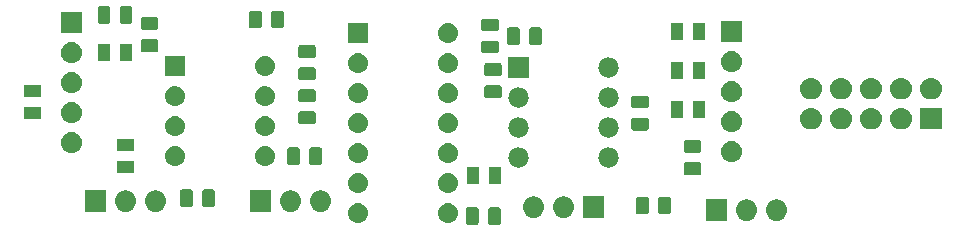
<source format=gbr>
G04 #@! TF.GenerationSoftware,KiCad,Pcbnew,(5.1.2-1)-1*
G04 #@! TF.CreationDate,2019-08-21T10:56:26-07:00*
G04 #@! TF.ProjectId,AS3360_VCA,41533333-3630-45f5-9643-412e6b696361,rev?*
G04 #@! TF.SameCoordinates,Original*
G04 #@! TF.FileFunction,Soldermask,Top*
G04 #@! TF.FilePolarity,Negative*
%FSLAX46Y46*%
G04 Gerber Fmt 4.6, Leading zero omitted, Abs format (unit mm)*
G04 Created by KiCad (PCBNEW (5.1.2-1)-1) date 2019-08-21 10:56:26*
%MOMM*%
%LPD*%
G04 APERTURE LIST*
%ADD10C,0.100000*%
G04 APERTURE END LIST*
D10*
G36*
X93335968Y-107965565D02*
G01*
X93374638Y-107977296D01*
X93410277Y-107996346D01*
X93441517Y-108021983D01*
X93467154Y-108053223D01*
X93486204Y-108088862D01*
X93497935Y-108127532D01*
X93502500Y-108173888D01*
X93502500Y-109250112D01*
X93497935Y-109296468D01*
X93486204Y-109335138D01*
X93467154Y-109370777D01*
X93441517Y-109402017D01*
X93410277Y-109427654D01*
X93374638Y-109446704D01*
X93335968Y-109458435D01*
X93289612Y-109463000D01*
X92638388Y-109463000D01*
X92592032Y-109458435D01*
X92553362Y-109446704D01*
X92517723Y-109427654D01*
X92486483Y-109402017D01*
X92460846Y-109370777D01*
X92441796Y-109335138D01*
X92430065Y-109296468D01*
X92425500Y-109250112D01*
X92425500Y-108173888D01*
X92430065Y-108127532D01*
X92441796Y-108088862D01*
X92460846Y-108053223D01*
X92486483Y-108021983D01*
X92517723Y-107996346D01*
X92553362Y-107977296D01*
X92592032Y-107965565D01*
X92638388Y-107961000D01*
X93289612Y-107961000D01*
X93335968Y-107965565D01*
X93335968Y-107965565D01*
G37*
G36*
X91460968Y-107965565D02*
G01*
X91499638Y-107977296D01*
X91535277Y-107996346D01*
X91566517Y-108021983D01*
X91592154Y-108053223D01*
X91611204Y-108088862D01*
X91622935Y-108127532D01*
X91627500Y-108173888D01*
X91627500Y-109250112D01*
X91622935Y-109296468D01*
X91611204Y-109335138D01*
X91592154Y-109370777D01*
X91566517Y-109402017D01*
X91535277Y-109427654D01*
X91499638Y-109446704D01*
X91460968Y-109458435D01*
X91414612Y-109463000D01*
X90763388Y-109463000D01*
X90717032Y-109458435D01*
X90678362Y-109446704D01*
X90642723Y-109427654D01*
X90611483Y-109402017D01*
X90585846Y-109370777D01*
X90566796Y-109335138D01*
X90555065Y-109296468D01*
X90550500Y-109250112D01*
X90550500Y-108173888D01*
X90555065Y-108127532D01*
X90566796Y-108088862D01*
X90585846Y-108053223D01*
X90611483Y-108021983D01*
X90642723Y-107996346D01*
X90678362Y-107977296D01*
X90717032Y-107965565D01*
X90763388Y-107961000D01*
X91414612Y-107961000D01*
X91460968Y-107965565D01*
X91460968Y-107965565D01*
G37*
G36*
X89193823Y-107619313D02*
G01*
X89354242Y-107667976D01*
X89486906Y-107738886D01*
X89502078Y-107746996D01*
X89631659Y-107853341D01*
X89738004Y-107982922D01*
X89738005Y-107982924D01*
X89817024Y-108130758D01*
X89865687Y-108291177D01*
X89882117Y-108458000D01*
X89865687Y-108624823D01*
X89817024Y-108785242D01*
X89746114Y-108917906D01*
X89738004Y-108933078D01*
X89631659Y-109062659D01*
X89502078Y-109169004D01*
X89502076Y-109169005D01*
X89354242Y-109248024D01*
X89193823Y-109296687D01*
X89068804Y-109309000D01*
X88985196Y-109309000D01*
X88860177Y-109296687D01*
X88699758Y-109248024D01*
X88551924Y-109169005D01*
X88551922Y-109169004D01*
X88422341Y-109062659D01*
X88315996Y-108933078D01*
X88307886Y-108917906D01*
X88236976Y-108785242D01*
X88188313Y-108624823D01*
X88171883Y-108458000D01*
X88188313Y-108291177D01*
X88236976Y-108130758D01*
X88315995Y-107982924D01*
X88315996Y-107982922D01*
X88422341Y-107853341D01*
X88551922Y-107746996D01*
X88567094Y-107738886D01*
X88699758Y-107667976D01*
X88860177Y-107619313D01*
X88985196Y-107607000D01*
X89068804Y-107607000D01*
X89193823Y-107619313D01*
X89193823Y-107619313D01*
G37*
G36*
X81573823Y-107619313D02*
G01*
X81734242Y-107667976D01*
X81866906Y-107738886D01*
X81882078Y-107746996D01*
X82011659Y-107853341D01*
X82118004Y-107982922D01*
X82118005Y-107982924D01*
X82197024Y-108130758D01*
X82245687Y-108291177D01*
X82262117Y-108458000D01*
X82245687Y-108624823D01*
X82197024Y-108785242D01*
X82126114Y-108917906D01*
X82118004Y-108933078D01*
X82011659Y-109062659D01*
X81882078Y-109169004D01*
X81882076Y-109169005D01*
X81734242Y-109248024D01*
X81573823Y-109296687D01*
X81448804Y-109309000D01*
X81365196Y-109309000D01*
X81240177Y-109296687D01*
X81079758Y-109248024D01*
X80931924Y-109169005D01*
X80931922Y-109169004D01*
X80802341Y-109062659D01*
X80695996Y-108933078D01*
X80687886Y-108917906D01*
X80616976Y-108785242D01*
X80568313Y-108624823D01*
X80551883Y-108458000D01*
X80568313Y-108291177D01*
X80616976Y-108130758D01*
X80695995Y-107982924D01*
X80695996Y-107982922D01*
X80802341Y-107853341D01*
X80931922Y-107746996D01*
X80947094Y-107738886D01*
X81079758Y-107667976D01*
X81240177Y-107619313D01*
X81365196Y-107607000D01*
X81448804Y-107607000D01*
X81573823Y-107619313D01*
X81573823Y-107619313D01*
G37*
G36*
X116950442Y-107309518D02*
G01*
X117016627Y-107316037D01*
X117186466Y-107367557D01*
X117342991Y-107451222D01*
X117378729Y-107480552D01*
X117480186Y-107563814D01*
X117563448Y-107665271D01*
X117592778Y-107701009D01*
X117676443Y-107857534D01*
X117727963Y-108027373D01*
X117745359Y-108204000D01*
X117727963Y-108380627D01*
X117676443Y-108550466D01*
X117592778Y-108706991D01*
X117563448Y-108742729D01*
X117480186Y-108844186D01*
X117378729Y-108927448D01*
X117342991Y-108956778D01*
X117186466Y-109040443D01*
X117016627Y-109091963D01*
X116950443Y-109098481D01*
X116884260Y-109105000D01*
X116795740Y-109105000D01*
X116729557Y-109098481D01*
X116663373Y-109091963D01*
X116493534Y-109040443D01*
X116337009Y-108956778D01*
X116301271Y-108927448D01*
X116199814Y-108844186D01*
X116116552Y-108742729D01*
X116087222Y-108706991D01*
X116003557Y-108550466D01*
X115952037Y-108380627D01*
X115934641Y-108204000D01*
X115952037Y-108027373D01*
X116003557Y-107857534D01*
X116087222Y-107701009D01*
X116116552Y-107665271D01*
X116199814Y-107563814D01*
X116301271Y-107480552D01*
X116337009Y-107451222D01*
X116493534Y-107367557D01*
X116663373Y-107316037D01*
X116729558Y-107309518D01*
X116795740Y-107303000D01*
X116884260Y-107303000D01*
X116950442Y-107309518D01*
X116950442Y-107309518D01*
G37*
G36*
X114410442Y-107309518D02*
G01*
X114476627Y-107316037D01*
X114646466Y-107367557D01*
X114802991Y-107451222D01*
X114838729Y-107480552D01*
X114940186Y-107563814D01*
X115023448Y-107665271D01*
X115052778Y-107701009D01*
X115136443Y-107857534D01*
X115187963Y-108027373D01*
X115205359Y-108204000D01*
X115187963Y-108380627D01*
X115136443Y-108550466D01*
X115052778Y-108706991D01*
X115023448Y-108742729D01*
X114940186Y-108844186D01*
X114838729Y-108927448D01*
X114802991Y-108956778D01*
X114646466Y-109040443D01*
X114476627Y-109091963D01*
X114410443Y-109098481D01*
X114344260Y-109105000D01*
X114255740Y-109105000D01*
X114189557Y-109098481D01*
X114123373Y-109091963D01*
X113953534Y-109040443D01*
X113797009Y-108956778D01*
X113761271Y-108927448D01*
X113659814Y-108844186D01*
X113576552Y-108742729D01*
X113547222Y-108706991D01*
X113463557Y-108550466D01*
X113412037Y-108380627D01*
X113394641Y-108204000D01*
X113412037Y-108027373D01*
X113463557Y-107857534D01*
X113547222Y-107701009D01*
X113576552Y-107665271D01*
X113659814Y-107563814D01*
X113761271Y-107480552D01*
X113797009Y-107451222D01*
X113953534Y-107367557D01*
X114123373Y-107316037D01*
X114189558Y-107309518D01*
X114255740Y-107303000D01*
X114344260Y-107303000D01*
X114410442Y-107309518D01*
X114410442Y-107309518D01*
G37*
G36*
X112661000Y-109105000D02*
G01*
X110859000Y-109105000D01*
X110859000Y-107303000D01*
X112661000Y-107303000D01*
X112661000Y-109105000D01*
X112661000Y-109105000D01*
G37*
G36*
X102247000Y-108851000D02*
G01*
X100445000Y-108851000D01*
X100445000Y-107049000D01*
X102247000Y-107049000D01*
X102247000Y-108851000D01*
X102247000Y-108851000D01*
G37*
G36*
X98916442Y-107055518D02*
G01*
X98982627Y-107062037D01*
X99152466Y-107113557D01*
X99308991Y-107197222D01*
X99344729Y-107226552D01*
X99446186Y-107309814D01*
X99529448Y-107411271D01*
X99558778Y-107447009D01*
X99642443Y-107603534D01*
X99693963Y-107773373D01*
X99711359Y-107950000D01*
X99693963Y-108126627D01*
X99642443Y-108296466D01*
X99558778Y-108452991D01*
X99557673Y-108454337D01*
X99446186Y-108590186D01*
X99344729Y-108673448D01*
X99308991Y-108702778D01*
X99152466Y-108786443D01*
X98982627Y-108837963D01*
X98919453Y-108844185D01*
X98850260Y-108851000D01*
X98761740Y-108851000D01*
X98692547Y-108844185D01*
X98629373Y-108837963D01*
X98459534Y-108786443D01*
X98303009Y-108702778D01*
X98267271Y-108673448D01*
X98165814Y-108590186D01*
X98054327Y-108454337D01*
X98053222Y-108452991D01*
X97969557Y-108296466D01*
X97918037Y-108126627D01*
X97900641Y-107950000D01*
X97918037Y-107773373D01*
X97969557Y-107603534D01*
X98053222Y-107447009D01*
X98082552Y-107411271D01*
X98165814Y-107309814D01*
X98267271Y-107226552D01*
X98303009Y-107197222D01*
X98459534Y-107113557D01*
X98629373Y-107062037D01*
X98695558Y-107055518D01*
X98761740Y-107049000D01*
X98850260Y-107049000D01*
X98916442Y-107055518D01*
X98916442Y-107055518D01*
G37*
G36*
X96376442Y-107055518D02*
G01*
X96442627Y-107062037D01*
X96612466Y-107113557D01*
X96768991Y-107197222D01*
X96804729Y-107226552D01*
X96906186Y-107309814D01*
X96989448Y-107411271D01*
X97018778Y-107447009D01*
X97102443Y-107603534D01*
X97153963Y-107773373D01*
X97171359Y-107950000D01*
X97153963Y-108126627D01*
X97102443Y-108296466D01*
X97018778Y-108452991D01*
X97017673Y-108454337D01*
X96906186Y-108590186D01*
X96804729Y-108673448D01*
X96768991Y-108702778D01*
X96612466Y-108786443D01*
X96442627Y-108837963D01*
X96379453Y-108844185D01*
X96310260Y-108851000D01*
X96221740Y-108851000D01*
X96152547Y-108844185D01*
X96089373Y-108837963D01*
X95919534Y-108786443D01*
X95763009Y-108702778D01*
X95727271Y-108673448D01*
X95625814Y-108590186D01*
X95514327Y-108454337D01*
X95513222Y-108452991D01*
X95429557Y-108296466D01*
X95378037Y-108126627D01*
X95360641Y-107950000D01*
X95378037Y-107773373D01*
X95429557Y-107603534D01*
X95513222Y-107447009D01*
X95542552Y-107411271D01*
X95625814Y-107309814D01*
X95727271Y-107226552D01*
X95763009Y-107197222D01*
X95919534Y-107113557D01*
X96089373Y-107062037D01*
X96155558Y-107055518D01*
X96221740Y-107049000D01*
X96310260Y-107049000D01*
X96376442Y-107055518D01*
X96376442Y-107055518D01*
G37*
G36*
X107735468Y-107076565D02*
G01*
X107774138Y-107088296D01*
X107809777Y-107107346D01*
X107841017Y-107132983D01*
X107866654Y-107164223D01*
X107885704Y-107199862D01*
X107897435Y-107238532D01*
X107902000Y-107284888D01*
X107902000Y-108361112D01*
X107897435Y-108407468D01*
X107885704Y-108446138D01*
X107866654Y-108481777D01*
X107841017Y-108513017D01*
X107809777Y-108538654D01*
X107774138Y-108557704D01*
X107735468Y-108569435D01*
X107689112Y-108574000D01*
X107037888Y-108574000D01*
X106991532Y-108569435D01*
X106952862Y-108557704D01*
X106917223Y-108538654D01*
X106885983Y-108513017D01*
X106860346Y-108481777D01*
X106841296Y-108446138D01*
X106829565Y-108407468D01*
X106825000Y-108361112D01*
X106825000Y-107284888D01*
X106829565Y-107238532D01*
X106841296Y-107199862D01*
X106860346Y-107164223D01*
X106885983Y-107132983D01*
X106917223Y-107107346D01*
X106952862Y-107088296D01*
X106991532Y-107076565D01*
X107037888Y-107072000D01*
X107689112Y-107072000D01*
X107735468Y-107076565D01*
X107735468Y-107076565D01*
G37*
G36*
X105860468Y-107076565D02*
G01*
X105899138Y-107088296D01*
X105934777Y-107107346D01*
X105966017Y-107132983D01*
X105991654Y-107164223D01*
X106010704Y-107199862D01*
X106022435Y-107238532D01*
X106027000Y-107284888D01*
X106027000Y-108361112D01*
X106022435Y-108407468D01*
X106010704Y-108446138D01*
X105991654Y-108481777D01*
X105966017Y-108513017D01*
X105934777Y-108538654D01*
X105899138Y-108557704D01*
X105860468Y-108569435D01*
X105814112Y-108574000D01*
X105162888Y-108574000D01*
X105116532Y-108569435D01*
X105077862Y-108557704D01*
X105042223Y-108538654D01*
X105010983Y-108513017D01*
X104985346Y-108481777D01*
X104966296Y-108446138D01*
X104954565Y-108407468D01*
X104950000Y-108361112D01*
X104950000Y-107284888D01*
X104954565Y-107238532D01*
X104966296Y-107199862D01*
X104985346Y-107164223D01*
X105010983Y-107132983D01*
X105042223Y-107107346D01*
X105077862Y-107088296D01*
X105116532Y-107076565D01*
X105162888Y-107072000D01*
X105814112Y-107072000D01*
X105860468Y-107076565D01*
X105860468Y-107076565D01*
G37*
G36*
X64372443Y-106547519D02*
G01*
X64438627Y-106554037D01*
X64608466Y-106605557D01*
X64764991Y-106689222D01*
X64787901Y-106708024D01*
X64902186Y-106801814D01*
X64985448Y-106903271D01*
X65014778Y-106939009D01*
X65098443Y-107095534D01*
X65149963Y-107265373D01*
X65167359Y-107442000D01*
X65149963Y-107618627D01*
X65098443Y-107788466D01*
X65098442Y-107788468D01*
X65081942Y-107819337D01*
X65014778Y-107944991D01*
X64997893Y-107965565D01*
X64902186Y-108082186D01*
X64800729Y-108165448D01*
X64764991Y-108194778D01*
X64608466Y-108278443D01*
X64438627Y-108329963D01*
X64372442Y-108336482D01*
X64306260Y-108343000D01*
X64217740Y-108343000D01*
X64151558Y-108336482D01*
X64085373Y-108329963D01*
X63915534Y-108278443D01*
X63759009Y-108194778D01*
X63723271Y-108165448D01*
X63621814Y-108082186D01*
X63526107Y-107965565D01*
X63509222Y-107944991D01*
X63442058Y-107819337D01*
X63425558Y-107788468D01*
X63425557Y-107788466D01*
X63374037Y-107618627D01*
X63356641Y-107442000D01*
X63374037Y-107265373D01*
X63425557Y-107095534D01*
X63509222Y-106939009D01*
X63538552Y-106903271D01*
X63621814Y-106801814D01*
X63736099Y-106708024D01*
X63759009Y-106689222D01*
X63915534Y-106605557D01*
X64085373Y-106554037D01*
X64151557Y-106547519D01*
X64217740Y-106541000D01*
X64306260Y-106541000D01*
X64372443Y-106547519D01*
X64372443Y-106547519D01*
G37*
G36*
X61832443Y-106547519D02*
G01*
X61898627Y-106554037D01*
X62068466Y-106605557D01*
X62224991Y-106689222D01*
X62247901Y-106708024D01*
X62362186Y-106801814D01*
X62445448Y-106903271D01*
X62474778Y-106939009D01*
X62558443Y-107095534D01*
X62609963Y-107265373D01*
X62627359Y-107442000D01*
X62609963Y-107618627D01*
X62558443Y-107788466D01*
X62558442Y-107788468D01*
X62541942Y-107819337D01*
X62474778Y-107944991D01*
X62457893Y-107965565D01*
X62362186Y-108082186D01*
X62260729Y-108165448D01*
X62224991Y-108194778D01*
X62068466Y-108278443D01*
X61898627Y-108329963D01*
X61832442Y-108336482D01*
X61766260Y-108343000D01*
X61677740Y-108343000D01*
X61611558Y-108336482D01*
X61545373Y-108329963D01*
X61375534Y-108278443D01*
X61219009Y-108194778D01*
X61183271Y-108165448D01*
X61081814Y-108082186D01*
X60986107Y-107965565D01*
X60969222Y-107944991D01*
X60902058Y-107819337D01*
X60885558Y-107788468D01*
X60885557Y-107788466D01*
X60834037Y-107618627D01*
X60816641Y-107442000D01*
X60834037Y-107265373D01*
X60885557Y-107095534D01*
X60969222Y-106939009D01*
X60998552Y-106903271D01*
X61081814Y-106801814D01*
X61196099Y-106708024D01*
X61219009Y-106689222D01*
X61375534Y-106605557D01*
X61545373Y-106554037D01*
X61611557Y-106547519D01*
X61677740Y-106541000D01*
X61766260Y-106541000D01*
X61832443Y-106547519D01*
X61832443Y-106547519D01*
G37*
G36*
X60083000Y-108343000D02*
G01*
X58281000Y-108343000D01*
X58281000Y-106541000D01*
X60083000Y-106541000D01*
X60083000Y-108343000D01*
X60083000Y-108343000D01*
G37*
G36*
X74053000Y-108343000D02*
G01*
X72251000Y-108343000D01*
X72251000Y-106541000D01*
X74053000Y-106541000D01*
X74053000Y-108343000D01*
X74053000Y-108343000D01*
G37*
G36*
X75802443Y-106547519D02*
G01*
X75868627Y-106554037D01*
X76038466Y-106605557D01*
X76194991Y-106689222D01*
X76217901Y-106708024D01*
X76332186Y-106801814D01*
X76415448Y-106903271D01*
X76444778Y-106939009D01*
X76528443Y-107095534D01*
X76579963Y-107265373D01*
X76597359Y-107442000D01*
X76579963Y-107618627D01*
X76528443Y-107788466D01*
X76528442Y-107788468D01*
X76511942Y-107819337D01*
X76444778Y-107944991D01*
X76427893Y-107965565D01*
X76332186Y-108082186D01*
X76230729Y-108165448D01*
X76194991Y-108194778D01*
X76038466Y-108278443D01*
X75868627Y-108329963D01*
X75802442Y-108336482D01*
X75736260Y-108343000D01*
X75647740Y-108343000D01*
X75581558Y-108336482D01*
X75515373Y-108329963D01*
X75345534Y-108278443D01*
X75189009Y-108194778D01*
X75153271Y-108165448D01*
X75051814Y-108082186D01*
X74956107Y-107965565D01*
X74939222Y-107944991D01*
X74872058Y-107819337D01*
X74855558Y-107788468D01*
X74855557Y-107788466D01*
X74804037Y-107618627D01*
X74786641Y-107442000D01*
X74804037Y-107265373D01*
X74855557Y-107095534D01*
X74939222Y-106939009D01*
X74968552Y-106903271D01*
X75051814Y-106801814D01*
X75166099Y-106708024D01*
X75189009Y-106689222D01*
X75345534Y-106605557D01*
X75515373Y-106554037D01*
X75581557Y-106547519D01*
X75647740Y-106541000D01*
X75736260Y-106541000D01*
X75802443Y-106547519D01*
X75802443Y-106547519D01*
G37*
G36*
X78342443Y-106547519D02*
G01*
X78408627Y-106554037D01*
X78578466Y-106605557D01*
X78734991Y-106689222D01*
X78757901Y-106708024D01*
X78872186Y-106801814D01*
X78955448Y-106903271D01*
X78984778Y-106939009D01*
X79068443Y-107095534D01*
X79119963Y-107265373D01*
X79137359Y-107442000D01*
X79119963Y-107618627D01*
X79068443Y-107788466D01*
X79068442Y-107788468D01*
X79051942Y-107819337D01*
X78984778Y-107944991D01*
X78967893Y-107965565D01*
X78872186Y-108082186D01*
X78770729Y-108165448D01*
X78734991Y-108194778D01*
X78578466Y-108278443D01*
X78408627Y-108329963D01*
X78342442Y-108336482D01*
X78276260Y-108343000D01*
X78187740Y-108343000D01*
X78121558Y-108336482D01*
X78055373Y-108329963D01*
X77885534Y-108278443D01*
X77729009Y-108194778D01*
X77693271Y-108165448D01*
X77591814Y-108082186D01*
X77496107Y-107965565D01*
X77479222Y-107944991D01*
X77412058Y-107819337D01*
X77395558Y-107788468D01*
X77395557Y-107788466D01*
X77344037Y-107618627D01*
X77326641Y-107442000D01*
X77344037Y-107265373D01*
X77395557Y-107095534D01*
X77479222Y-106939009D01*
X77508552Y-106903271D01*
X77591814Y-106801814D01*
X77706099Y-106708024D01*
X77729009Y-106689222D01*
X77885534Y-106605557D01*
X78055373Y-106554037D01*
X78121557Y-106547519D01*
X78187740Y-106541000D01*
X78276260Y-106541000D01*
X78342443Y-106547519D01*
X78342443Y-106547519D01*
G37*
G36*
X67252468Y-106441565D02*
G01*
X67291138Y-106453296D01*
X67326777Y-106472346D01*
X67358017Y-106497983D01*
X67383654Y-106529223D01*
X67402704Y-106564862D01*
X67414435Y-106603532D01*
X67419000Y-106649888D01*
X67419000Y-107726112D01*
X67414435Y-107772468D01*
X67402704Y-107811138D01*
X67383654Y-107846777D01*
X67358017Y-107878017D01*
X67326777Y-107903654D01*
X67291138Y-107922704D01*
X67252468Y-107934435D01*
X67206112Y-107939000D01*
X66554888Y-107939000D01*
X66508532Y-107934435D01*
X66469862Y-107922704D01*
X66434223Y-107903654D01*
X66402983Y-107878017D01*
X66377346Y-107846777D01*
X66358296Y-107811138D01*
X66346565Y-107772468D01*
X66342000Y-107726112D01*
X66342000Y-106649888D01*
X66346565Y-106603532D01*
X66358296Y-106564862D01*
X66377346Y-106529223D01*
X66402983Y-106497983D01*
X66434223Y-106472346D01*
X66469862Y-106453296D01*
X66508532Y-106441565D01*
X66554888Y-106437000D01*
X67206112Y-106437000D01*
X67252468Y-106441565D01*
X67252468Y-106441565D01*
G37*
G36*
X69127468Y-106441565D02*
G01*
X69166138Y-106453296D01*
X69201777Y-106472346D01*
X69233017Y-106497983D01*
X69258654Y-106529223D01*
X69277704Y-106564862D01*
X69289435Y-106603532D01*
X69294000Y-106649888D01*
X69294000Y-107726112D01*
X69289435Y-107772468D01*
X69277704Y-107811138D01*
X69258654Y-107846777D01*
X69233017Y-107878017D01*
X69201777Y-107903654D01*
X69166138Y-107922704D01*
X69127468Y-107934435D01*
X69081112Y-107939000D01*
X68429888Y-107939000D01*
X68383532Y-107934435D01*
X68344862Y-107922704D01*
X68309223Y-107903654D01*
X68277983Y-107878017D01*
X68252346Y-107846777D01*
X68233296Y-107811138D01*
X68221565Y-107772468D01*
X68217000Y-107726112D01*
X68217000Y-106649888D01*
X68221565Y-106603532D01*
X68233296Y-106564862D01*
X68252346Y-106529223D01*
X68277983Y-106497983D01*
X68309223Y-106472346D01*
X68344862Y-106453296D01*
X68383532Y-106441565D01*
X68429888Y-106437000D01*
X69081112Y-106437000D01*
X69127468Y-106441565D01*
X69127468Y-106441565D01*
G37*
G36*
X81573823Y-105079313D02*
G01*
X81734242Y-105127976D01*
X81849575Y-105189623D01*
X81882078Y-105206996D01*
X82011659Y-105313341D01*
X82118004Y-105442922D01*
X82118005Y-105442924D01*
X82197024Y-105590758D01*
X82245687Y-105751177D01*
X82262117Y-105918000D01*
X82245687Y-106084823D01*
X82197024Y-106245242D01*
X82126114Y-106377906D01*
X82118004Y-106393078D01*
X82011659Y-106522659D01*
X81882078Y-106629004D01*
X81882076Y-106629005D01*
X81734242Y-106708024D01*
X81573823Y-106756687D01*
X81448804Y-106769000D01*
X81365196Y-106769000D01*
X81240177Y-106756687D01*
X81079758Y-106708024D01*
X80931924Y-106629005D01*
X80931922Y-106629004D01*
X80802341Y-106522659D01*
X80695996Y-106393078D01*
X80687886Y-106377906D01*
X80616976Y-106245242D01*
X80568313Y-106084823D01*
X80551883Y-105918000D01*
X80568313Y-105751177D01*
X80616976Y-105590758D01*
X80695995Y-105442924D01*
X80695996Y-105442922D01*
X80802341Y-105313341D01*
X80931922Y-105206996D01*
X80964425Y-105189623D01*
X81079758Y-105127976D01*
X81240177Y-105079313D01*
X81365196Y-105067000D01*
X81448804Y-105067000D01*
X81573823Y-105079313D01*
X81573823Y-105079313D01*
G37*
G36*
X89193823Y-105079313D02*
G01*
X89354242Y-105127976D01*
X89469575Y-105189623D01*
X89502078Y-105206996D01*
X89631659Y-105313341D01*
X89738004Y-105442922D01*
X89738005Y-105442924D01*
X89817024Y-105590758D01*
X89865687Y-105751177D01*
X89882117Y-105918000D01*
X89865687Y-106084823D01*
X89817024Y-106245242D01*
X89746114Y-106377906D01*
X89738004Y-106393078D01*
X89631659Y-106522659D01*
X89502078Y-106629004D01*
X89502076Y-106629005D01*
X89354242Y-106708024D01*
X89193823Y-106756687D01*
X89068804Y-106769000D01*
X88985196Y-106769000D01*
X88860177Y-106756687D01*
X88699758Y-106708024D01*
X88551924Y-106629005D01*
X88551922Y-106629004D01*
X88422341Y-106522659D01*
X88315996Y-106393078D01*
X88307886Y-106377906D01*
X88236976Y-106245242D01*
X88188313Y-106084823D01*
X88171883Y-105918000D01*
X88188313Y-105751177D01*
X88236976Y-105590758D01*
X88315995Y-105442924D01*
X88315996Y-105442922D01*
X88422341Y-105313341D01*
X88551922Y-105206996D01*
X88584425Y-105189623D01*
X88699758Y-105127976D01*
X88860177Y-105079313D01*
X88985196Y-105067000D01*
X89068804Y-105067000D01*
X89193823Y-105079313D01*
X89193823Y-105079313D01*
G37*
G36*
X91509468Y-104536565D02*
G01*
X91548138Y-104548296D01*
X91583777Y-104567346D01*
X91615017Y-104592983D01*
X91640654Y-104624223D01*
X91659704Y-104659862D01*
X91671435Y-104698532D01*
X91676000Y-104744888D01*
X91676000Y-105821112D01*
X91671435Y-105867468D01*
X91659704Y-105906138D01*
X91640654Y-105941777D01*
X91615017Y-105973017D01*
X91583777Y-105998654D01*
X91548138Y-106017704D01*
X91509468Y-106029435D01*
X91463112Y-106034000D01*
X90811888Y-106034000D01*
X90765532Y-106029435D01*
X90726862Y-106017704D01*
X90691223Y-105998654D01*
X90659983Y-105973017D01*
X90634346Y-105941777D01*
X90615296Y-105906138D01*
X90603565Y-105867468D01*
X90599000Y-105821112D01*
X90599000Y-104744888D01*
X90603565Y-104698532D01*
X90615296Y-104659862D01*
X90634346Y-104624223D01*
X90659983Y-104592983D01*
X90691223Y-104567346D01*
X90726862Y-104548296D01*
X90765532Y-104536565D01*
X90811888Y-104532000D01*
X91463112Y-104532000D01*
X91509468Y-104536565D01*
X91509468Y-104536565D01*
G37*
G36*
X93384468Y-104536565D02*
G01*
X93423138Y-104548296D01*
X93458777Y-104567346D01*
X93490017Y-104592983D01*
X93515654Y-104624223D01*
X93534704Y-104659862D01*
X93546435Y-104698532D01*
X93551000Y-104744888D01*
X93551000Y-105821112D01*
X93546435Y-105867468D01*
X93534704Y-105906138D01*
X93515654Y-105941777D01*
X93490017Y-105973017D01*
X93458777Y-105998654D01*
X93423138Y-106017704D01*
X93384468Y-106029435D01*
X93338112Y-106034000D01*
X92686888Y-106034000D01*
X92640532Y-106029435D01*
X92601862Y-106017704D01*
X92566223Y-105998654D01*
X92534983Y-105973017D01*
X92509346Y-105941777D01*
X92490296Y-105906138D01*
X92478565Y-105867468D01*
X92474000Y-105821112D01*
X92474000Y-104744888D01*
X92478565Y-104698532D01*
X92490296Y-104659862D01*
X92509346Y-104624223D01*
X92534983Y-104592983D01*
X92566223Y-104567346D01*
X92601862Y-104548296D01*
X92640532Y-104536565D01*
X92686888Y-104532000D01*
X93338112Y-104532000D01*
X93384468Y-104536565D01*
X93384468Y-104536565D01*
G37*
G36*
X110312468Y-104162565D02*
G01*
X110351138Y-104174296D01*
X110386777Y-104193346D01*
X110418017Y-104218983D01*
X110443654Y-104250223D01*
X110462704Y-104285862D01*
X110474435Y-104324532D01*
X110479000Y-104370888D01*
X110479000Y-105022112D01*
X110474435Y-105068468D01*
X110462704Y-105107138D01*
X110443654Y-105142777D01*
X110418017Y-105174017D01*
X110386777Y-105199654D01*
X110351138Y-105218704D01*
X110312468Y-105230435D01*
X110266112Y-105235000D01*
X109189888Y-105235000D01*
X109143532Y-105230435D01*
X109104862Y-105218704D01*
X109069223Y-105199654D01*
X109037983Y-105174017D01*
X109012346Y-105142777D01*
X108993296Y-105107138D01*
X108981565Y-105068468D01*
X108977000Y-105022112D01*
X108977000Y-104370888D01*
X108981565Y-104324532D01*
X108993296Y-104285862D01*
X109012346Y-104250223D01*
X109037983Y-104218983D01*
X109069223Y-104193346D01*
X109104862Y-104174296D01*
X109143532Y-104162565D01*
X109189888Y-104158000D01*
X110266112Y-104158000D01*
X110312468Y-104162565D01*
X110312468Y-104162565D01*
G37*
G36*
X62306468Y-104035565D02*
G01*
X62345138Y-104047296D01*
X62380777Y-104066346D01*
X62412017Y-104091983D01*
X62437654Y-104123223D01*
X62456704Y-104158862D01*
X62468435Y-104197532D01*
X62473000Y-104243888D01*
X62473000Y-104895112D01*
X62468435Y-104941468D01*
X62456704Y-104980138D01*
X62437654Y-105015777D01*
X62412017Y-105047017D01*
X62380777Y-105072654D01*
X62345138Y-105091704D01*
X62306468Y-105103435D01*
X62260112Y-105108000D01*
X61183888Y-105108000D01*
X61137532Y-105103435D01*
X61098862Y-105091704D01*
X61063223Y-105072654D01*
X61031983Y-105047017D01*
X61006346Y-105015777D01*
X60987296Y-104980138D01*
X60975565Y-104941468D01*
X60971000Y-104895112D01*
X60971000Y-104243888D01*
X60975565Y-104197532D01*
X60987296Y-104158862D01*
X61006346Y-104123223D01*
X61031983Y-104091983D01*
X61063223Y-104066346D01*
X61098862Y-104047296D01*
X61137532Y-104035565D01*
X61183888Y-104031000D01*
X62260112Y-104031000D01*
X62306468Y-104035565D01*
X62306468Y-104035565D01*
G37*
G36*
X95162823Y-102920313D02*
G01*
X95323242Y-102968976D01*
X95432435Y-103027341D01*
X95471078Y-103047996D01*
X95600659Y-103154341D01*
X95707004Y-103283922D01*
X95707005Y-103283924D01*
X95786024Y-103431758D01*
X95834687Y-103592177D01*
X95851117Y-103759000D01*
X95834687Y-103925823D01*
X95786024Y-104086242D01*
X95738958Y-104174296D01*
X95707004Y-104234078D01*
X95600659Y-104363659D01*
X95471078Y-104470004D01*
X95471076Y-104470005D01*
X95323242Y-104549024D01*
X95162823Y-104597687D01*
X95037804Y-104610000D01*
X94954196Y-104610000D01*
X94829177Y-104597687D01*
X94668758Y-104549024D01*
X94520924Y-104470005D01*
X94520922Y-104470004D01*
X94391341Y-104363659D01*
X94284996Y-104234078D01*
X94253042Y-104174296D01*
X94205976Y-104086242D01*
X94157313Y-103925823D01*
X94140883Y-103759000D01*
X94157313Y-103592177D01*
X94205976Y-103431758D01*
X94284995Y-103283924D01*
X94284996Y-103283922D01*
X94391341Y-103154341D01*
X94520922Y-103047996D01*
X94559565Y-103027341D01*
X94668758Y-102968976D01*
X94829177Y-102920313D01*
X94954196Y-102908000D01*
X95037804Y-102908000D01*
X95162823Y-102920313D01*
X95162823Y-102920313D01*
G37*
G36*
X102782823Y-102920313D02*
G01*
X102943242Y-102968976D01*
X103052435Y-103027341D01*
X103091078Y-103047996D01*
X103220659Y-103154341D01*
X103327004Y-103283922D01*
X103327005Y-103283924D01*
X103406024Y-103431758D01*
X103454687Y-103592177D01*
X103471117Y-103759000D01*
X103454687Y-103925823D01*
X103406024Y-104086242D01*
X103358958Y-104174296D01*
X103327004Y-104234078D01*
X103220659Y-104363659D01*
X103091078Y-104470004D01*
X103091076Y-104470005D01*
X102943242Y-104549024D01*
X102782823Y-104597687D01*
X102657804Y-104610000D01*
X102574196Y-104610000D01*
X102449177Y-104597687D01*
X102288758Y-104549024D01*
X102140924Y-104470005D01*
X102140922Y-104470004D01*
X102011341Y-104363659D01*
X101904996Y-104234078D01*
X101873042Y-104174296D01*
X101825976Y-104086242D01*
X101777313Y-103925823D01*
X101760883Y-103759000D01*
X101777313Y-103592177D01*
X101825976Y-103431758D01*
X101904995Y-103283924D01*
X101904996Y-103283922D01*
X102011341Y-103154341D01*
X102140922Y-103047996D01*
X102179565Y-103027341D01*
X102288758Y-102968976D01*
X102449177Y-102920313D01*
X102574196Y-102908000D01*
X102657804Y-102908000D01*
X102782823Y-102920313D01*
X102782823Y-102920313D01*
G37*
G36*
X66079823Y-102793313D02*
G01*
X66240242Y-102841976D01*
X66357276Y-102904532D01*
X66388078Y-102920996D01*
X66517659Y-103027341D01*
X66624004Y-103156922D01*
X66624005Y-103156924D01*
X66703024Y-103304758D01*
X66703025Y-103304761D01*
X66709299Y-103325443D01*
X66751687Y-103465177D01*
X66768117Y-103632000D01*
X66751687Y-103798823D01*
X66703024Y-103959242D01*
X66662228Y-104035565D01*
X66624004Y-104107078D01*
X66517659Y-104236659D01*
X66388078Y-104343004D01*
X66388076Y-104343005D01*
X66240242Y-104422024D01*
X66079823Y-104470687D01*
X65954804Y-104483000D01*
X65871196Y-104483000D01*
X65746177Y-104470687D01*
X65585758Y-104422024D01*
X65437924Y-104343005D01*
X65437922Y-104343004D01*
X65308341Y-104236659D01*
X65201996Y-104107078D01*
X65163772Y-104035565D01*
X65122976Y-103959242D01*
X65074313Y-103798823D01*
X65057883Y-103632000D01*
X65074313Y-103465177D01*
X65116701Y-103325443D01*
X65122975Y-103304761D01*
X65122976Y-103304758D01*
X65201995Y-103156924D01*
X65201996Y-103156922D01*
X65308341Y-103027341D01*
X65437922Y-102920996D01*
X65468724Y-102904532D01*
X65585758Y-102841976D01*
X65746177Y-102793313D01*
X65871196Y-102781000D01*
X65954804Y-102781000D01*
X66079823Y-102793313D01*
X66079823Y-102793313D01*
G37*
G36*
X73699823Y-102793313D02*
G01*
X73860242Y-102841976D01*
X73977276Y-102904532D01*
X74008078Y-102920996D01*
X74137659Y-103027341D01*
X74244004Y-103156922D01*
X74244005Y-103156924D01*
X74323024Y-103304758D01*
X74323025Y-103304761D01*
X74329299Y-103325443D01*
X74371687Y-103465177D01*
X74388117Y-103632000D01*
X74371687Y-103798823D01*
X74323024Y-103959242D01*
X74282228Y-104035565D01*
X74244004Y-104107078D01*
X74137659Y-104236659D01*
X74008078Y-104343004D01*
X74008076Y-104343005D01*
X73860242Y-104422024D01*
X73699823Y-104470687D01*
X73574804Y-104483000D01*
X73491196Y-104483000D01*
X73366177Y-104470687D01*
X73205758Y-104422024D01*
X73057924Y-104343005D01*
X73057922Y-104343004D01*
X72928341Y-104236659D01*
X72821996Y-104107078D01*
X72783772Y-104035565D01*
X72742976Y-103959242D01*
X72694313Y-103798823D01*
X72677883Y-103632000D01*
X72694313Y-103465177D01*
X72736701Y-103325443D01*
X72742975Y-103304761D01*
X72742976Y-103304758D01*
X72821995Y-103156924D01*
X72821996Y-103156922D01*
X72928341Y-103027341D01*
X73057922Y-102920996D01*
X73088724Y-102904532D01*
X73205758Y-102841976D01*
X73366177Y-102793313D01*
X73491196Y-102781000D01*
X73574804Y-102781000D01*
X73699823Y-102793313D01*
X73699823Y-102793313D01*
G37*
G36*
X76317968Y-102885565D02*
G01*
X76356638Y-102897296D01*
X76392277Y-102916346D01*
X76423517Y-102941983D01*
X76449154Y-102973223D01*
X76468204Y-103008862D01*
X76479935Y-103047532D01*
X76484500Y-103093888D01*
X76484500Y-104170112D01*
X76479935Y-104216468D01*
X76468204Y-104255138D01*
X76449154Y-104290777D01*
X76423517Y-104322017D01*
X76392277Y-104347654D01*
X76356638Y-104366704D01*
X76317968Y-104378435D01*
X76271612Y-104383000D01*
X75620388Y-104383000D01*
X75574032Y-104378435D01*
X75535362Y-104366704D01*
X75499723Y-104347654D01*
X75468483Y-104322017D01*
X75442846Y-104290777D01*
X75423796Y-104255138D01*
X75412065Y-104216468D01*
X75407500Y-104170112D01*
X75407500Y-103093888D01*
X75412065Y-103047532D01*
X75423796Y-103008862D01*
X75442846Y-102973223D01*
X75468483Y-102941983D01*
X75499723Y-102916346D01*
X75535362Y-102897296D01*
X75574032Y-102885565D01*
X75620388Y-102881000D01*
X76271612Y-102881000D01*
X76317968Y-102885565D01*
X76317968Y-102885565D01*
G37*
G36*
X78192968Y-102885565D02*
G01*
X78231638Y-102897296D01*
X78267277Y-102916346D01*
X78298517Y-102941983D01*
X78324154Y-102973223D01*
X78343204Y-103008862D01*
X78354935Y-103047532D01*
X78359500Y-103093888D01*
X78359500Y-104170112D01*
X78354935Y-104216468D01*
X78343204Y-104255138D01*
X78324154Y-104290777D01*
X78298517Y-104322017D01*
X78267277Y-104347654D01*
X78231638Y-104366704D01*
X78192968Y-104378435D01*
X78146612Y-104383000D01*
X77495388Y-104383000D01*
X77449032Y-104378435D01*
X77410362Y-104366704D01*
X77374723Y-104347654D01*
X77343483Y-104322017D01*
X77317846Y-104290777D01*
X77298796Y-104255138D01*
X77287065Y-104216468D01*
X77282500Y-104170112D01*
X77282500Y-103093888D01*
X77287065Y-103047532D01*
X77298796Y-103008862D01*
X77317846Y-102973223D01*
X77343483Y-102941983D01*
X77374723Y-102916346D01*
X77410362Y-102897296D01*
X77449032Y-102885565D01*
X77495388Y-102881000D01*
X78146612Y-102881000D01*
X78192968Y-102885565D01*
X78192968Y-102885565D01*
G37*
G36*
X81573823Y-102539313D02*
G01*
X81734242Y-102587976D01*
X81866906Y-102658886D01*
X81882078Y-102666996D01*
X82011659Y-102773341D01*
X82118004Y-102902922D01*
X82118866Y-102904534D01*
X82197024Y-103050758D01*
X82245687Y-103211177D01*
X82262117Y-103378000D01*
X82245687Y-103544823D01*
X82197024Y-103705242D01*
X82147004Y-103798823D01*
X82118004Y-103853078D01*
X82011659Y-103982659D01*
X81882078Y-104089004D01*
X81882076Y-104089005D01*
X81734242Y-104168024D01*
X81573823Y-104216687D01*
X81448804Y-104229000D01*
X81365196Y-104229000D01*
X81240177Y-104216687D01*
X81079758Y-104168024D01*
X80931924Y-104089005D01*
X80931922Y-104089004D01*
X80802341Y-103982659D01*
X80695996Y-103853078D01*
X80666996Y-103798823D01*
X80616976Y-103705242D01*
X80568313Y-103544823D01*
X80551883Y-103378000D01*
X80568313Y-103211177D01*
X80616976Y-103050758D01*
X80695134Y-102904534D01*
X80695996Y-102902922D01*
X80802341Y-102773341D01*
X80931922Y-102666996D01*
X80947094Y-102658886D01*
X81079758Y-102587976D01*
X81240177Y-102539313D01*
X81365196Y-102527000D01*
X81448804Y-102527000D01*
X81573823Y-102539313D01*
X81573823Y-102539313D01*
G37*
G36*
X89193823Y-102539313D02*
G01*
X89354242Y-102587976D01*
X89486906Y-102658886D01*
X89502078Y-102666996D01*
X89631659Y-102773341D01*
X89738004Y-102902922D01*
X89738866Y-102904534D01*
X89817024Y-103050758D01*
X89865687Y-103211177D01*
X89882117Y-103378000D01*
X89865687Y-103544823D01*
X89817024Y-103705242D01*
X89767004Y-103798823D01*
X89738004Y-103853078D01*
X89631659Y-103982659D01*
X89502078Y-104089004D01*
X89502076Y-104089005D01*
X89354242Y-104168024D01*
X89193823Y-104216687D01*
X89068804Y-104229000D01*
X88985196Y-104229000D01*
X88860177Y-104216687D01*
X88699758Y-104168024D01*
X88551924Y-104089005D01*
X88551922Y-104089004D01*
X88422341Y-103982659D01*
X88315996Y-103853078D01*
X88286996Y-103798823D01*
X88236976Y-103705242D01*
X88188313Y-103544823D01*
X88171883Y-103378000D01*
X88188313Y-103211177D01*
X88236976Y-103050758D01*
X88315134Y-102904534D01*
X88315996Y-102902922D01*
X88422341Y-102773341D01*
X88551922Y-102666996D01*
X88567094Y-102658886D01*
X88699758Y-102587976D01*
X88860177Y-102539313D01*
X88985196Y-102527000D01*
X89068804Y-102527000D01*
X89193823Y-102539313D01*
X89193823Y-102539313D01*
G37*
G36*
X113140442Y-102356518D02*
G01*
X113206627Y-102363037D01*
X113376466Y-102414557D01*
X113532991Y-102498222D01*
X113568057Y-102527000D01*
X113670186Y-102610814D01*
X113753448Y-102712271D01*
X113782778Y-102748009D01*
X113866443Y-102904534D01*
X113917963Y-103074373D01*
X113935359Y-103251000D01*
X113917963Y-103427627D01*
X113866443Y-103597466D01*
X113782778Y-103753991D01*
X113778667Y-103759000D01*
X113670186Y-103891186D01*
X113587262Y-103959239D01*
X113532991Y-104003778D01*
X113376466Y-104087443D01*
X113206627Y-104138963D01*
X113140443Y-104145481D01*
X113074260Y-104152000D01*
X112985740Y-104152000D01*
X112919558Y-104145482D01*
X112853373Y-104138963D01*
X112683534Y-104087443D01*
X112527009Y-104003778D01*
X112472738Y-103959239D01*
X112389814Y-103891186D01*
X112281333Y-103759000D01*
X112277222Y-103753991D01*
X112193557Y-103597466D01*
X112142037Y-103427627D01*
X112124641Y-103251000D01*
X112142037Y-103074373D01*
X112193557Y-102904534D01*
X112277222Y-102748009D01*
X112306552Y-102712271D01*
X112389814Y-102610814D01*
X112491943Y-102527000D01*
X112527009Y-102498222D01*
X112683534Y-102414557D01*
X112853373Y-102363037D01*
X112919557Y-102356519D01*
X112985740Y-102350000D01*
X113074260Y-102350000D01*
X113140442Y-102356518D01*
X113140442Y-102356518D01*
G37*
G36*
X57260443Y-101594519D02*
G01*
X57326627Y-101601037D01*
X57496466Y-101652557D01*
X57652991Y-101736222D01*
X57688729Y-101765552D01*
X57790186Y-101848814D01*
X57857376Y-101930687D01*
X57902778Y-101986009D01*
X57986443Y-102142534D01*
X58037963Y-102312373D01*
X58055359Y-102489000D01*
X58037963Y-102665627D01*
X57986443Y-102835466D01*
X57986442Y-102835468D01*
X57950387Y-102902922D01*
X57902778Y-102991991D01*
X57873767Y-103027341D01*
X57790186Y-103129186D01*
X57711467Y-103193788D01*
X57652991Y-103241778D01*
X57496466Y-103325443D01*
X57326627Y-103376963D01*
X57260443Y-103383481D01*
X57194260Y-103390000D01*
X57105740Y-103390000D01*
X57039557Y-103383481D01*
X56973373Y-103376963D01*
X56803534Y-103325443D01*
X56647009Y-103241778D01*
X56588533Y-103193788D01*
X56509814Y-103129186D01*
X56426233Y-103027341D01*
X56397222Y-102991991D01*
X56349613Y-102902922D01*
X56313558Y-102835468D01*
X56313557Y-102835466D01*
X56262037Y-102665627D01*
X56244641Y-102489000D01*
X56262037Y-102312373D01*
X56313557Y-102142534D01*
X56397222Y-101986009D01*
X56442624Y-101930687D01*
X56509814Y-101848814D01*
X56611271Y-101765552D01*
X56647009Y-101736222D01*
X56803534Y-101652557D01*
X56973373Y-101601037D01*
X57039557Y-101594519D01*
X57105740Y-101588000D01*
X57194260Y-101588000D01*
X57260443Y-101594519D01*
X57260443Y-101594519D01*
G37*
G36*
X110312468Y-102287565D02*
G01*
X110351138Y-102299296D01*
X110386777Y-102318346D01*
X110418017Y-102343983D01*
X110443654Y-102375223D01*
X110462704Y-102410862D01*
X110474435Y-102449532D01*
X110479000Y-102495888D01*
X110479000Y-103147112D01*
X110474435Y-103193468D01*
X110462704Y-103232138D01*
X110443654Y-103267777D01*
X110418017Y-103299017D01*
X110386777Y-103324654D01*
X110351138Y-103343704D01*
X110312468Y-103355435D01*
X110266112Y-103360000D01*
X109189888Y-103360000D01*
X109143532Y-103355435D01*
X109104862Y-103343704D01*
X109069223Y-103324654D01*
X109037983Y-103299017D01*
X109012346Y-103267777D01*
X108993296Y-103232138D01*
X108981565Y-103193468D01*
X108977000Y-103147112D01*
X108977000Y-102495888D01*
X108981565Y-102449532D01*
X108993296Y-102410862D01*
X109012346Y-102375223D01*
X109037983Y-102343983D01*
X109069223Y-102318346D01*
X109104862Y-102299296D01*
X109143532Y-102287565D01*
X109189888Y-102283000D01*
X110266112Y-102283000D01*
X110312468Y-102287565D01*
X110312468Y-102287565D01*
G37*
G36*
X62306468Y-102160565D02*
G01*
X62345138Y-102172296D01*
X62380777Y-102191346D01*
X62412017Y-102216983D01*
X62437654Y-102248223D01*
X62456704Y-102283862D01*
X62468435Y-102322532D01*
X62473000Y-102368888D01*
X62473000Y-103020112D01*
X62468435Y-103066468D01*
X62456704Y-103105138D01*
X62437654Y-103140777D01*
X62412017Y-103172017D01*
X62380777Y-103197654D01*
X62345138Y-103216704D01*
X62306468Y-103228435D01*
X62260112Y-103233000D01*
X61183888Y-103233000D01*
X61137532Y-103228435D01*
X61098862Y-103216704D01*
X61063223Y-103197654D01*
X61031983Y-103172017D01*
X61006346Y-103140777D01*
X60987296Y-103105138D01*
X60975565Y-103066468D01*
X60971000Y-103020112D01*
X60971000Y-102368888D01*
X60975565Y-102322532D01*
X60987296Y-102283862D01*
X61006346Y-102248223D01*
X61031983Y-102216983D01*
X61063223Y-102191346D01*
X61098862Y-102172296D01*
X61137532Y-102160565D01*
X61183888Y-102156000D01*
X62260112Y-102156000D01*
X62306468Y-102160565D01*
X62306468Y-102160565D01*
G37*
G36*
X102782823Y-100380313D02*
G01*
X102943242Y-100428976D01*
X103058575Y-100490623D01*
X103091078Y-100507996D01*
X103220659Y-100614341D01*
X103327004Y-100743922D01*
X103327005Y-100743924D01*
X103406024Y-100891758D01*
X103454687Y-101052177D01*
X103471117Y-101219000D01*
X103454687Y-101385823D01*
X103406024Y-101546242D01*
X103362310Y-101628025D01*
X103327004Y-101694078D01*
X103220659Y-101823659D01*
X103091078Y-101930004D01*
X103091076Y-101930005D01*
X102943242Y-102009024D01*
X102782823Y-102057687D01*
X102657804Y-102070000D01*
X102574196Y-102070000D01*
X102449177Y-102057687D01*
X102288758Y-102009024D01*
X102140924Y-101930005D01*
X102140922Y-101930004D01*
X102011341Y-101823659D01*
X101904996Y-101694078D01*
X101869690Y-101628025D01*
X101825976Y-101546242D01*
X101777313Y-101385823D01*
X101760883Y-101219000D01*
X101777313Y-101052177D01*
X101825976Y-100891758D01*
X101904995Y-100743924D01*
X101904996Y-100743922D01*
X102011341Y-100614341D01*
X102140922Y-100507996D01*
X102173425Y-100490623D01*
X102288758Y-100428976D01*
X102449177Y-100380313D01*
X102574196Y-100368000D01*
X102657804Y-100368000D01*
X102782823Y-100380313D01*
X102782823Y-100380313D01*
G37*
G36*
X95162823Y-100380313D02*
G01*
X95323242Y-100428976D01*
X95438575Y-100490623D01*
X95471078Y-100507996D01*
X95600659Y-100614341D01*
X95707004Y-100743922D01*
X95707005Y-100743924D01*
X95786024Y-100891758D01*
X95834687Y-101052177D01*
X95851117Y-101219000D01*
X95834687Y-101385823D01*
X95786024Y-101546242D01*
X95742310Y-101628025D01*
X95707004Y-101694078D01*
X95600659Y-101823659D01*
X95471078Y-101930004D01*
X95471076Y-101930005D01*
X95323242Y-102009024D01*
X95162823Y-102057687D01*
X95037804Y-102070000D01*
X94954196Y-102070000D01*
X94829177Y-102057687D01*
X94668758Y-102009024D01*
X94520924Y-101930005D01*
X94520922Y-101930004D01*
X94391341Y-101823659D01*
X94284996Y-101694078D01*
X94249690Y-101628025D01*
X94205976Y-101546242D01*
X94157313Y-101385823D01*
X94140883Y-101219000D01*
X94157313Y-101052177D01*
X94205976Y-100891758D01*
X94284995Y-100743924D01*
X94284996Y-100743922D01*
X94391341Y-100614341D01*
X94520922Y-100507996D01*
X94553425Y-100490623D01*
X94668758Y-100428976D01*
X94829177Y-100380313D01*
X94954196Y-100368000D01*
X95037804Y-100368000D01*
X95162823Y-100380313D01*
X95162823Y-100380313D01*
G37*
G36*
X66079823Y-100253313D02*
G01*
X66240242Y-100301976D01*
X66367109Y-100369788D01*
X66388078Y-100380996D01*
X66517659Y-100487341D01*
X66624004Y-100616922D01*
X66624005Y-100616924D01*
X66703024Y-100764758D01*
X66703025Y-100764761D01*
X66709299Y-100785443D01*
X66751687Y-100925177D01*
X66768117Y-101092000D01*
X66751687Y-101258823D01*
X66703024Y-101419242D01*
X66674022Y-101473500D01*
X66624004Y-101567078D01*
X66517659Y-101696659D01*
X66388078Y-101803004D01*
X66388076Y-101803005D01*
X66240242Y-101882024D01*
X66079823Y-101930687D01*
X65954804Y-101943000D01*
X65871196Y-101943000D01*
X65746177Y-101930687D01*
X65585758Y-101882024D01*
X65437924Y-101803005D01*
X65437922Y-101803004D01*
X65308341Y-101696659D01*
X65201996Y-101567078D01*
X65151978Y-101473500D01*
X65122976Y-101419242D01*
X65074313Y-101258823D01*
X65057883Y-101092000D01*
X65074313Y-100925177D01*
X65116701Y-100785443D01*
X65122975Y-100764761D01*
X65122976Y-100764758D01*
X65201995Y-100616924D01*
X65201996Y-100616922D01*
X65308341Y-100487341D01*
X65437922Y-100380996D01*
X65458891Y-100369788D01*
X65585758Y-100301976D01*
X65746177Y-100253313D01*
X65871196Y-100241000D01*
X65954804Y-100241000D01*
X66079823Y-100253313D01*
X66079823Y-100253313D01*
G37*
G36*
X73699823Y-100253313D02*
G01*
X73860242Y-100301976D01*
X73987109Y-100369788D01*
X74008078Y-100380996D01*
X74137659Y-100487341D01*
X74244004Y-100616922D01*
X74244005Y-100616924D01*
X74323024Y-100764758D01*
X74323025Y-100764761D01*
X74329299Y-100785443D01*
X74371687Y-100925177D01*
X74388117Y-101092000D01*
X74371687Y-101258823D01*
X74323024Y-101419242D01*
X74294022Y-101473500D01*
X74244004Y-101567078D01*
X74137659Y-101696659D01*
X74008078Y-101803004D01*
X74008076Y-101803005D01*
X73860242Y-101882024D01*
X73699823Y-101930687D01*
X73574804Y-101943000D01*
X73491196Y-101943000D01*
X73366177Y-101930687D01*
X73205758Y-101882024D01*
X73057924Y-101803005D01*
X73057922Y-101803004D01*
X72928341Y-101696659D01*
X72821996Y-101567078D01*
X72771978Y-101473500D01*
X72742976Y-101419242D01*
X72694313Y-101258823D01*
X72677883Y-101092000D01*
X72694313Y-100925177D01*
X72736701Y-100785443D01*
X72742975Y-100764761D01*
X72742976Y-100764758D01*
X72821995Y-100616924D01*
X72821996Y-100616922D01*
X72928341Y-100487341D01*
X73057922Y-100380996D01*
X73078891Y-100369788D01*
X73205758Y-100301976D01*
X73366177Y-100253313D01*
X73491196Y-100241000D01*
X73574804Y-100241000D01*
X73699823Y-100253313D01*
X73699823Y-100253313D01*
G37*
G36*
X89193823Y-99999313D02*
G01*
X89354242Y-100047976D01*
X89461495Y-100105304D01*
X89502078Y-100126996D01*
X89631659Y-100233341D01*
X89738004Y-100362922D01*
X89738866Y-100364534D01*
X89817024Y-100510758D01*
X89865687Y-100671177D01*
X89882117Y-100838000D01*
X89865687Y-101004823D01*
X89817024Y-101165242D01*
X89746114Y-101297906D01*
X89738004Y-101313078D01*
X89631659Y-101442659D01*
X89502078Y-101549004D01*
X89502076Y-101549005D01*
X89354242Y-101628024D01*
X89193823Y-101676687D01*
X89068804Y-101689000D01*
X88985196Y-101689000D01*
X88860177Y-101676687D01*
X88699758Y-101628024D01*
X88551924Y-101549005D01*
X88551922Y-101549004D01*
X88422341Y-101442659D01*
X88315996Y-101313078D01*
X88307886Y-101297906D01*
X88236976Y-101165242D01*
X88188313Y-101004823D01*
X88171883Y-100838000D01*
X88188313Y-100671177D01*
X88236976Y-100510758D01*
X88315134Y-100364534D01*
X88315996Y-100362922D01*
X88422341Y-100233341D01*
X88551922Y-100126996D01*
X88592505Y-100105304D01*
X88699758Y-100047976D01*
X88860177Y-99999313D01*
X88985196Y-99987000D01*
X89068804Y-99987000D01*
X89193823Y-99999313D01*
X89193823Y-99999313D01*
G37*
G36*
X81573823Y-99999313D02*
G01*
X81734242Y-100047976D01*
X81841495Y-100105304D01*
X81882078Y-100126996D01*
X82011659Y-100233341D01*
X82118004Y-100362922D01*
X82118866Y-100364534D01*
X82197024Y-100510758D01*
X82245687Y-100671177D01*
X82262117Y-100838000D01*
X82245687Y-101004823D01*
X82197024Y-101165242D01*
X82126114Y-101297906D01*
X82118004Y-101313078D01*
X82011659Y-101442659D01*
X81882078Y-101549004D01*
X81882076Y-101549005D01*
X81734242Y-101628024D01*
X81573823Y-101676687D01*
X81448804Y-101689000D01*
X81365196Y-101689000D01*
X81240177Y-101676687D01*
X81079758Y-101628024D01*
X80931924Y-101549005D01*
X80931922Y-101549004D01*
X80802341Y-101442659D01*
X80695996Y-101313078D01*
X80687886Y-101297906D01*
X80616976Y-101165242D01*
X80568313Y-101004823D01*
X80551883Y-100838000D01*
X80568313Y-100671177D01*
X80616976Y-100510758D01*
X80695134Y-100364534D01*
X80695996Y-100362922D01*
X80802341Y-100233341D01*
X80931922Y-100126996D01*
X80972505Y-100105304D01*
X81079758Y-100047976D01*
X81240177Y-99999313D01*
X81365196Y-99987000D01*
X81448804Y-99987000D01*
X81573823Y-99999313D01*
X81573823Y-99999313D01*
G37*
G36*
X113140442Y-99816518D02*
G01*
X113206627Y-99823037D01*
X113376466Y-99874557D01*
X113532991Y-99958222D01*
X113544737Y-99967862D01*
X113670186Y-100070814D01*
X113753448Y-100172271D01*
X113782778Y-100208009D01*
X113866443Y-100364534D01*
X113917963Y-100534373D01*
X113935359Y-100711000D01*
X113917963Y-100887627D01*
X113866443Y-101057466D01*
X113782778Y-101213991D01*
X113778667Y-101219000D01*
X113670186Y-101351186D01*
X113568729Y-101434448D01*
X113532991Y-101463778D01*
X113376466Y-101547443D01*
X113206627Y-101598963D01*
X113140442Y-101605482D01*
X113074260Y-101612000D01*
X112985740Y-101612000D01*
X112919557Y-101605481D01*
X112853373Y-101598963D01*
X112683534Y-101547443D01*
X112527009Y-101463778D01*
X112491271Y-101434448D01*
X112389814Y-101351186D01*
X112281333Y-101219000D01*
X112277222Y-101213991D01*
X112193557Y-101057466D01*
X112142037Y-100887627D01*
X112124641Y-100711000D01*
X112142037Y-100534373D01*
X112193557Y-100364534D01*
X112277222Y-100208009D01*
X112306552Y-100172271D01*
X112389814Y-100070814D01*
X112515263Y-99967862D01*
X112527009Y-99958222D01*
X112683534Y-99874557D01*
X112853373Y-99823037D01*
X112919558Y-99816518D01*
X112985740Y-99810000D01*
X113074260Y-99810000D01*
X113140442Y-99816518D01*
X113140442Y-99816518D01*
G37*
G36*
X105867468Y-100401065D02*
G01*
X105906138Y-100412796D01*
X105941777Y-100431846D01*
X105973017Y-100457483D01*
X105998654Y-100488723D01*
X106017704Y-100524362D01*
X106029435Y-100563032D01*
X106034000Y-100609388D01*
X106034000Y-101260612D01*
X106029435Y-101306968D01*
X106017704Y-101345638D01*
X105998654Y-101381277D01*
X105973017Y-101412517D01*
X105941777Y-101438154D01*
X105906138Y-101457204D01*
X105867468Y-101468935D01*
X105821112Y-101473500D01*
X104744888Y-101473500D01*
X104698532Y-101468935D01*
X104659862Y-101457204D01*
X104624223Y-101438154D01*
X104592983Y-101412517D01*
X104567346Y-101381277D01*
X104548296Y-101345638D01*
X104536565Y-101306968D01*
X104532000Y-101260612D01*
X104532000Y-100609388D01*
X104536565Y-100563032D01*
X104548296Y-100524362D01*
X104567346Y-100488723D01*
X104592983Y-100457483D01*
X104624223Y-100431846D01*
X104659862Y-100412796D01*
X104698532Y-100401065D01*
X104744888Y-100396500D01*
X105821112Y-100396500D01*
X105867468Y-100401065D01*
X105867468Y-100401065D01*
G37*
G36*
X122480294Y-99555633D02*
G01*
X122652695Y-99607931D01*
X122811583Y-99692858D01*
X122950849Y-99807151D01*
X123065142Y-99946417D01*
X123150069Y-100105305D01*
X123202367Y-100277706D01*
X123220025Y-100457000D01*
X123202367Y-100636294D01*
X123150069Y-100808695D01*
X123065142Y-100967583D01*
X122950849Y-101106849D01*
X122811583Y-101221142D01*
X122652695Y-101306069D01*
X122480294Y-101358367D01*
X122345931Y-101371600D01*
X122256069Y-101371600D01*
X122121706Y-101358367D01*
X121949305Y-101306069D01*
X121790417Y-101221142D01*
X121651151Y-101106849D01*
X121536858Y-100967583D01*
X121451931Y-100808695D01*
X121399633Y-100636294D01*
X121381975Y-100457000D01*
X121399633Y-100277706D01*
X121451931Y-100105305D01*
X121536858Y-99946417D01*
X121651151Y-99807151D01*
X121790417Y-99692858D01*
X121949305Y-99607931D01*
X122121706Y-99555633D01*
X122256069Y-99542400D01*
X122345931Y-99542400D01*
X122480294Y-99555633D01*
X122480294Y-99555633D01*
G37*
G36*
X130835600Y-101371600D02*
G01*
X129006400Y-101371600D01*
X129006400Y-99542400D01*
X130835600Y-99542400D01*
X130835600Y-101371600D01*
X130835600Y-101371600D01*
G37*
G36*
X119940294Y-99555633D02*
G01*
X120112695Y-99607931D01*
X120271583Y-99692858D01*
X120410849Y-99807151D01*
X120525142Y-99946417D01*
X120610069Y-100105305D01*
X120662367Y-100277706D01*
X120680025Y-100457000D01*
X120662367Y-100636294D01*
X120610069Y-100808695D01*
X120525142Y-100967583D01*
X120410849Y-101106849D01*
X120271583Y-101221142D01*
X120112695Y-101306069D01*
X119940294Y-101358367D01*
X119805931Y-101371600D01*
X119716069Y-101371600D01*
X119581706Y-101358367D01*
X119409305Y-101306069D01*
X119250417Y-101221142D01*
X119111151Y-101106849D01*
X118996858Y-100967583D01*
X118911931Y-100808695D01*
X118859633Y-100636294D01*
X118841975Y-100457000D01*
X118859633Y-100277706D01*
X118911931Y-100105305D01*
X118996858Y-99946417D01*
X119111151Y-99807151D01*
X119250417Y-99692858D01*
X119409305Y-99607931D01*
X119581706Y-99555633D01*
X119716069Y-99542400D01*
X119805931Y-99542400D01*
X119940294Y-99555633D01*
X119940294Y-99555633D01*
G37*
G36*
X127560294Y-99555633D02*
G01*
X127732695Y-99607931D01*
X127891583Y-99692858D01*
X128030849Y-99807151D01*
X128145142Y-99946417D01*
X128230069Y-100105305D01*
X128282367Y-100277706D01*
X128300025Y-100457000D01*
X128282367Y-100636294D01*
X128230069Y-100808695D01*
X128145142Y-100967583D01*
X128030849Y-101106849D01*
X127891583Y-101221142D01*
X127732695Y-101306069D01*
X127560294Y-101358367D01*
X127425931Y-101371600D01*
X127336069Y-101371600D01*
X127201706Y-101358367D01*
X127029305Y-101306069D01*
X126870417Y-101221142D01*
X126731151Y-101106849D01*
X126616858Y-100967583D01*
X126531931Y-100808695D01*
X126479633Y-100636294D01*
X126461975Y-100457000D01*
X126479633Y-100277706D01*
X126531931Y-100105305D01*
X126616858Y-99946417D01*
X126731151Y-99807151D01*
X126870417Y-99692858D01*
X127029305Y-99607931D01*
X127201706Y-99555633D01*
X127336069Y-99542400D01*
X127425931Y-99542400D01*
X127560294Y-99555633D01*
X127560294Y-99555633D01*
G37*
G36*
X125020294Y-99555633D02*
G01*
X125192695Y-99607931D01*
X125351583Y-99692858D01*
X125490849Y-99807151D01*
X125605142Y-99946417D01*
X125690069Y-100105305D01*
X125742367Y-100277706D01*
X125760025Y-100457000D01*
X125742367Y-100636294D01*
X125690069Y-100808695D01*
X125605142Y-100967583D01*
X125490849Y-101106849D01*
X125351583Y-101221142D01*
X125192695Y-101306069D01*
X125020294Y-101358367D01*
X124885931Y-101371600D01*
X124796069Y-101371600D01*
X124661706Y-101358367D01*
X124489305Y-101306069D01*
X124330417Y-101221142D01*
X124191151Y-101106849D01*
X124076858Y-100967583D01*
X123991931Y-100808695D01*
X123939633Y-100636294D01*
X123921975Y-100457000D01*
X123939633Y-100277706D01*
X123991931Y-100105305D01*
X124076858Y-99946417D01*
X124191151Y-99807151D01*
X124330417Y-99692858D01*
X124489305Y-99607931D01*
X124661706Y-99555633D01*
X124796069Y-99542400D01*
X124885931Y-99542400D01*
X125020294Y-99555633D01*
X125020294Y-99555633D01*
G37*
G36*
X77673468Y-99844565D02*
G01*
X77712138Y-99856296D01*
X77747777Y-99875346D01*
X77779017Y-99900983D01*
X77804654Y-99932223D01*
X77823704Y-99967862D01*
X77835435Y-100006532D01*
X77840000Y-100052888D01*
X77840000Y-100704112D01*
X77835435Y-100750468D01*
X77823704Y-100789138D01*
X77804654Y-100824777D01*
X77779017Y-100856017D01*
X77747777Y-100881654D01*
X77712138Y-100900704D01*
X77673468Y-100912435D01*
X77627112Y-100917000D01*
X76550888Y-100917000D01*
X76504532Y-100912435D01*
X76465862Y-100900704D01*
X76430223Y-100881654D01*
X76398983Y-100856017D01*
X76373346Y-100824777D01*
X76354296Y-100789138D01*
X76342565Y-100750468D01*
X76338000Y-100704112D01*
X76338000Y-100052888D01*
X76342565Y-100006532D01*
X76354296Y-99967862D01*
X76373346Y-99932223D01*
X76398983Y-99900983D01*
X76430223Y-99875346D01*
X76465862Y-99856296D01*
X76504532Y-99844565D01*
X76550888Y-99840000D01*
X77627112Y-99840000D01*
X77673468Y-99844565D01*
X77673468Y-99844565D01*
G37*
G36*
X57260442Y-99054518D02*
G01*
X57326627Y-99061037D01*
X57496466Y-99112557D01*
X57652991Y-99196222D01*
X57688729Y-99225552D01*
X57790186Y-99308814D01*
X57857376Y-99390687D01*
X57902778Y-99446009D01*
X57902779Y-99446011D01*
X57959017Y-99551223D01*
X57986443Y-99602534D01*
X58037963Y-99772373D01*
X58055359Y-99949000D01*
X58037963Y-100125627D01*
X57986443Y-100295466D01*
X57986442Y-100295468D01*
X57973715Y-100319278D01*
X57902778Y-100451991D01*
X57873767Y-100487341D01*
X57790186Y-100589186D01*
X57696891Y-100665750D01*
X57652991Y-100701778D01*
X57496466Y-100785443D01*
X57326627Y-100836963D01*
X57260442Y-100843482D01*
X57194260Y-100850000D01*
X57105740Y-100850000D01*
X57039558Y-100843482D01*
X56973373Y-100836963D01*
X56803534Y-100785443D01*
X56647009Y-100701778D01*
X56603109Y-100665750D01*
X56509814Y-100589186D01*
X56426233Y-100487341D01*
X56397222Y-100451991D01*
X56326285Y-100319278D01*
X56313558Y-100295468D01*
X56313557Y-100295466D01*
X56262037Y-100125627D01*
X56244641Y-99949000D01*
X56262037Y-99772373D01*
X56313557Y-99602534D01*
X56340984Y-99551223D01*
X56397221Y-99446011D01*
X56397222Y-99446009D01*
X56442624Y-99390687D01*
X56509814Y-99308814D01*
X56611271Y-99225552D01*
X56647009Y-99196222D01*
X56803534Y-99112557D01*
X56973373Y-99061037D01*
X57039558Y-99054518D01*
X57105740Y-99048000D01*
X57194260Y-99048000D01*
X57260442Y-99054518D01*
X57260442Y-99054518D01*
G37*
G36*
X54432468Y-99463565D02*
G01*
X54471138Y-99475296D01*
X54506777Y-99494346D01*
X54538017Y-99519983D01*
X54563654Y-99551223D01*
X54582704Y-99586862D01*
X54594435Y-99625532D01*
X54599000Y-99671888D01*
X54599000Y-100323112D01*
X54594435Y-100369468D01*
X54582704Y-100408138D01*
X54563654Y-100443777D01*
X54538017Y-100475017D01*
X54506777Y-100500654D01*
X54471138Y-100519704D01*
X54432468Y-100531435D01*
X54386112Y-100536000D01*
X53309888Y-100536000D01*
X53263532Y-100531435D01*
X53224862Y-100519704D01*
X53189223Y-100500654D01*
X53157983Y-100475017D01*
X53132346Y-100443777D01*
X53113296Y-100408138D01*
X53101565Y-100369468D01*
X53097000Y-100323112D01*
X53097000Y-99671888D01*
X53101565Y-99625532D01*
X53113296Y-99586862D01*
X53132346Y-99551223D01*
X53157983Y-99519983D01*
X53189223Y-99494346D01*
X53224862Y-99475296D01*
X53263532Y-99463565D01*
X53309888Y-99459000D01*
X54386112Y-99459000D01*
X54432468Y-99463565D01*
X54432468Y-99463565D01*
G37*
G36*
X110656468Y-98948565D02*
G01*
X110695138Y-98960296D01*
X110730777Y-98979346D01*
X110762017Y-99004983D01*
X110787654Y-99036223D01*
X110806704Y-99071862D01*
X110818435Y-99110532D01*
X110823000Y-99156888D01*
X110823000Y-100233112D01*
X110818435Y-100279468D01*
X110806704Y-100318138D01*
X110787654Y-100353777D01*
X110762017Y-100385017D01*
X110730777Y-100410654D01*
X110695138Y-100429704D01*
X110656468Y-100441435D01*
X110610112Y-100446000D01*
X109958888Y-100446000D01*
X109912532Y-100441435D01*
X109873862Y-100429704D01*
X109838223Y-100410654D01*
X109806983Y-100385017D01*
X109781346Y-100353777D01*
X109762296Y-100318138D01*
X109750565Y-100279468D01*
X109746000Y-100233112D01*
X109746000Y-99156888D01*
X109750565Y-99110532D01*
X109762296Y-99071862D01*
X109781346Y-99036223D01*
X109806983Y-99004983D01*
X109838223Y-98979346D01*
X109873862Y-98960296D01*
X109912532Y-98948565D01*
X109958888Y-98944000D01*
X110610112Y-98944000D01*
X110656468Y-98948565D01*
X110656468Y-98948565D01*
G37*
G36*
X108781468Y-98948565D02*
G01*
X108820138Y-98960296D01*
X108855777Y-98979346D01*
X108887017Y-99004983D01*
X108912654Y-99036223D01*
X108931704Y-99071862D01*
X108943435Y-99110532D01*
X108948000Y-99156888D01*
X108948000Y-100233112D01*
X108943435Y-100279468D01*
X108931704Y-100318138D01*
X108912654Y-100353777D01*
X108887017Y-100385017D01*
X108855777Y-100410654D01*
X108820138Y-100429704D01*
X108781468Y-100441435D01*
X108735112Y-100446000D01*
X108083888Y-100446000D01*
X108037532Y-100441435D01*
X107998862Y-100429704D01*
X107963223Y-100410654D01*
X107931983Y-100385017D01*
X107906346Y-100353777D01*
X107887296Y-100318138D01*
X107875565Y-100279468D01*
X107871000Y-100233112D01*
X107871000Y-99156888D01*
X107875565Y-99110532D01*
X107887296Y-99071862D01*
X107906346Y-99036223D01*
X107931983Y-99004983D01*
X107963223Y-98979346D01*
X107998862Y-98960296D01*
X108037532Y-98948565D01*
X108083888Y-98944000D01*
X108735112Y-98944000D01*
X108781468Y-98948565D01*
X108781468Y-98948565D01*
G37*
G36*
X105867468Y-98526065D02*
G01*
X105906138Y-98537796D01*
X105941777Y-98556846D01*
X105973017Y-98582483D01*
X105998654Y-98613723D01*
X106017704Y-98649362D01*
X106029435Y-98688032D01*
X106034000Y-98734388D01*
X106034000Y-99385612D01*
X106029435Y-99431968D01*
X106017704Y-99470638D01*
X105998654Y-99506277D01*
X105973017Y-99537517D01*
X105941777Y-99563154D01*
X105906138Y-99582204D01*
X105867468Y-99593935D01*
X105821112Y-99598500D01*
X104744888Y-99598500D01*
X104698532Y-99593935D01*
X104659862Y-99582204D01*
X104624223Y-99563154D01*
X104592983Y-99537517D01*
X104567346Y-99506277D01*
X104548296Y-99470638D01*
X104536565Y-99431968D01*
X104532000Y-99385612D01*
X104532000Y-98734388D01*
X104536565Y-98688032D01*
X104548296Y-98649362D01*
X104567346Y-98613723D01*
X104592983Y-98582483D01*
X104624223Y-98556846D01*
X104659862Y-98537796D01*
X104698532Y-98526065D01*
X104744888Y-98521500D01*
X105821112Y-98521500D01*
X105867468Y-98526065D01*
X105867468Y-98526065D01*
G37*
G36*
X102782823Y-97840313D02*
G01*
X102943242Y-97888976D01*
X103052435Y-97947341D01*
X103091078Y-97967996D01*
X103220659Y-98074341D01*
X103327004Y-98203922D01*
X103327005Y-98203924D01*
X103406024Y-98351758D01*
X103454687Y-98512177D01*
X103471117Y-98679000D01*
X103454687Y-98845823D01*
X103406024Y-99006242D01*
X103362310Y-99088025D01*
X103327004Y-99154078D01*
X103220659Y-99283659D01*
X103091078Y-99390004D01*
X103091076Y-99390005D01*
X102943242Y-99469024D01*
X102943239Y-99469025D01*
X102922566Y-99475296D01*
X102782823Y-99517687D01*
X102657804Y-99530000D01*
X102574196Y-99530000D01*
X102449177Y-99517687D01*
X102309434Y-99475296D01*
X102288761Y-99469025D01*
X102288758Y-99469024D01*
X102140924Y-99390005D01*
X102140922Y-99390004D01*
X102011341Y-99283659D01*
X101904996Y-99154078D01*
X101869690Y-99088025D01*
X101825976Y-99006242D01*
X101777313Y-98845823D01*
X101760883Y-98679000D01*
X101777313Y-98512177D01*
X101825976Y-98351758D01*
X101904995Y-98203924D01*
X101904996Y-98203922D01*
X102011341Y-98074341D01*
X102140922Y-97967996D01*
X102179565Y-97947341D01*
X102288758Y-97888976D01*
X102449177Y-97840313D01*
X102574196Y-97828000D01*
X102657804Y-97828000D01*
X102782823Y-97840313D01*
X102782823Y-97840313D01*
G37*
G36*
X95162823Y-97840313D02*
G01*
X95323242Y-97888976D01*
X95432435Y-97947341D01*
X95471078Y-97967996D01*
X95600659Y-98074341D01*
X95707004Y-98203922D01*
X95707005Y-98203924D01*
X95786024Y-98351758D01*
X95834687Y-98512177D01*
X95851117Y-98679000D01*
X95834687Y-98845823D01*
X95786024Y-99006242D01*
X95742310Y-99088025D01*
X95707004Y-99154078D01*
X95600659Y-99283659D01*
X95471078Y-99390004D01*
X95471076Y-99390005D01*
X95323242Y-99469024D01*
X95323239Y-99469025D01*
X95302566Y-99475296D01*
X95162823Y-99517687D01*
X95037804Y-99530000D01*
X94954196Y-99530000D01*
X94829177Y-99517687D01*
X94689434Y-99475296D01*
X94668761Y-99469025D01*
X94668758Y-99469024D01*
X94520924Y-99390005D01*
X94520922Y-99390004D01*
X94391341Y-99283659D01*
X94284996Y-99154078D01*
X94249690Y-99088025D01*
X94205976Y-99006242D01*
X94157313Y-98845823D01*
X94140883Y-98679000D01*
X94157313Y-98512177D01*
X94205976Y-98351758D01*
X94284995Y-98203924D01*
X94284996Y-98203922D01*
X94391341Y-98074341D01*
X94520922Y-97967996D01*
X94559565Y-97947341D01*
X94668758Y-97888976D01*
X94829177Y-97840313D01*
X94954196Y-97828000D01*
X95037804Y-97828000D01*
X95162823Y-97840313D01*
X95162823Y-97840313D01*
G37*
G36*
X73699823Y-97713313D02*
G01*
X73827893Y-97752163D01*
X73854922Y-97760362D01*
X73860242Y-97761976D01*
X73977276Y-97824532D01*
X74008078Y-97840996D01*
X74137659Y-97947341D01*
X74244004Y-98076922D01*
X74244005Y-98076924D01*
X74323024Y-98224758D01*
X74323025Y-98224761D01*
X74329299Y-98245443D01*
X74371687Y-98385177D01*
X74388117Y-98552000D01*
X74371687Y-98718823D01*
X74323024Y-98879242D01*
X74260282Y-98996623D01*
X74244004Y-99027078D01*
X74137659Y-99156659D01*
X74008078Y-99263004D01*
X74008076Y-99263005D01*
X73860242Y-99342024D01*
X73699823Y-99390687D01*
X73574804Y-99403000D01*
X73491196Y-99403000D01*
X73366177Y-99390687D01*
X73205758Y-99342024D01*
X73057924Y-99263005D01*
X73057922Y-99263004D01*
X72928341Y-99156659D01*
X72821996Y-99027078D01*
X72805718Y-98996623D01*
X72742976Y-98879242D01*
X72694313Y-98718823D01*
X72677883Y-98552000D01*
X72694313Y-98385177D01*
X72736701Y-98245443D01*
X72742975Y-98224761D01*
X72742976Y-98224758D01*
X72821995Y-98076924D01*
X72821996Y-98076922D01*
X72928341Y-97947341D01*
X73057922Y-97840996D01*
X73088724Y-97824532D01*
X73205758Y-97761976D01*
X73211079Y-97760362D01*
X73238107Y-97752163D01*
X73366177Y-97713313D01*
X73491196Y-97701000D01*
X73574804Y-97701000D01*
X73699823Y-97713313D01*
X73699823Y-97713313D01*
G37*
G36*
X66079823Y-97713313D02*
G01*
X66207893Y-97752163D01*
X66234922Y-97760362D01*
X66240242Y-97761976D01*
X66357276Y-97824532D01*
X66388078Y-97840996D01*
X66517659Y-97947341D01*
X66624004Y-98076922D01*
X66624005Y-98076924D01*
X66703024Y-98224758D01*
X66703025Y-98224761D01*
X66709299Y-98245443D01*
X66751687Y-98385177D01*
X66768117Y-98552000D01*
X66751687Y-98718823D01*
X66703024Y-98879242D01*
X66640282Y-98996623D01*
X66624004Y-99027078D01*
X66517659Y-99156659D01*
X66388078Y-99263004D01*
X66388076Y-99263005D01*
X66240242Y-99342024D01*
X66079823Y-99390687D01*
X65954804Y-99403000D01*
X65871196Y-99403000D01*
X65746177Y-99390687D01*
X65585758Y-99342024D01*
X65437924Y-99263005D01*
X65437922Y-99263004D01*
X65308341Y-99156659D01*
X65201996Y-99027078D01*
X65185718Y-98996623D01*
X65122976Y-98879242D01*
X65074313Y-98718823D01*
X65057883Y-98552000D01*
X65074313Y-98385177D01*
X65116701Y-98245443D01*
X65122975Y-98224761D01*
X65122976Y-98224758D01*
X65201995Y-98076924D01*
X65201996Y-98076922D01*
X65308341Y-97947341D01*
X65437922Y-97840996D01*
X65468724Y-97824532D01*
X65585758Y-97761976D01*
X65591079Y-97760362D01*
X65618107Y-97752163D01*
X65746177Y-97713313D01*
X65871196Y-97701000D01*
X65954804Y-97701000D01*
X66079823Y-97713313D01*
X66079823Y-97713313D01*
G37*
G36*
X81573823Y-97459313D02*
G01*
X81734242Y-97507976D01*
X81841495Y-97565304D01*
X81882078Y-97586996D01*
X82011659Y-97693341D01*
X82118004Y-97822922D01*
X82118866Y-97824534D01*
X82197024Y-97970758D01*
X82197025Y-97970761D01*
X82204188Y-97994373D01*
X82245687Y-98131177D01*
X82262117Y-98298000D01*
X82245687Y-98464823D01*
X82197024Y-98625242D01*
X82154427Y-98704935D01*
X82118004Y-98773078D01*
X82011659Y-98902659D01*
X81882078Y-99009004D01*
X81882076Y-99009005D01*
X81734242Y-99088024D01*
X81573823Y-99136687D01*
X81448804Y-99149000D01*
X81365196Y-99149000D01*
X81240177Y-99136687D01*
X81079758Y-99088024D01*
X80931924Y-99009005D01*
X80931922Y-99009004D01*
X80802341Y-98902659D01*
X80695996Y-98773078D01*
X80659573Y-98704935D01*
X80616976Y-98625242D01*
X80568313Y-98464823D01*
X80551883Y-98298000D01*
X80568313Y-98131177D01*
X80609812Y-97994373D01*
X80616975Y-97970761D01*
X80616976Y-97970758D01*
X80695134Y-97824534D01*
X80695996Y-97822922D01*
X80802341Y-97693341D01*
X80931922Y-97586996D01*
X80972505Y-97565304D01*
X81079758Y-97507976D01*
X81240177Y-97459313D01*
X81365196Y-97447000D01*
X81448804Y-97447000D01*
X81573823Y-97459313D01*
X81573823Y-97459313D01*
G37*
G36*
X89193823Y-97459313D02*
G01*
X89354242Y-97507976D01*
X89461495Y-97565304D01*
X89502078Y-97586996D01*
X89631659Y-97693341D01*
X89738004Y-97822922D01*
X89738866Y-97824534D01*
X89817024Y-97970758D01*
X89817025Y-97970761D01*
X89824188Y-97994373D01*
X89865687Y-98131177D01*
X89882117Y-98298000D01*
X89865687Y-98464823D01*
X89817024Y-98625242D01*
X89774427Y-98704935D01*
X89738004Y-98773078D01*
X89631659Y-98902659D01*
X89502078Y-99009004D01*
X89502076Y-99009005D01*
X89354242Y-99088024D01*
X89193823Y-99136687D01*
X89068804Y-99149000D01*
X88985196Y-99149000D01*
X88860177Y-99136687D01*
X88699758Y-99088024D01*
X88551924Y-99009005D01*
X88551922Y-99009004D01*
X88422341Y-98902659D01*
X88315996Y-98773078D01*
X88279573Y-98704935D01*
X88236976Y-98625242D01*
X88188313Y-98464823D01*
X88171883Y-98298000D01*
X88188313Y-98131177D01*
X88229812Y-97994373D01*
X88236975Y-97970761D01*
X88236976Y-97970758D01*
X88315134Y-97824534D01*
X88315996Y-97822922D01*
X88422341Y-97693341D01*
X88551922Y-97586996D01*
X88592505Y-97565304D01*
X88699758Y-97507976D01*
X88860177Y-97459313D01*
X88985196Y-97447000D01*
X89068804Y-97447000D01*
X89193823Y-97459313D01*
X89193823Y-97459313D01*
G37*
G36*
X113140443Y-97276519D02*
G01*
X113206627Y-97283037D01*
X113376466Y-97334557D01*
X113532991Y-97418222D01*
X113568057Y-97447000D01*
X113670186Y-97530814D01*
X113742841Y-97619346D01*
X113782778Y-97668009D01*
X113866443Y-97824534D01*
X113917963Y-97994373D01*
X113935359Y-98171000D01*
X113917963Y-98347627D01*
X113889866Y-98440250D01*
X113866442Y-98517468D01*
X113832142Y-98581638D01*
X113782778Y-98673991D01*
X113757383Y-98704935D01*
X113670186Y-98811186D01*
X113591467Y-98875788D01*
X113532991Y-98923778D01*
X113376466Y-99007443D01*
X113206627Y-99058963D01*
X113158906Y-99063663D01*
X113074260Y-99072000D01*
X112985740Y-99072000D01*
X112901094Y-99063663D01*
X112853373Y-99058963D01*
X112683534Y-99007443D01*
X112527009Y-98923778D01*
X112468533Y-98875788D01*
X112389814Y-98811186D01*
X112302617Y-98704935D01*
X112277222Y-98673991D01*
X112227858Y-98581638D01*
X112193558Y-98517468D01*
X112170134Y-98440250D01*
X112142037Y-98347627D01*
X112124641Y-98171000D01*
X112142037Y-97994373D01*
X112193557Y-97824534D01*
X112277222Y-97668009D01*
X112317159Y-97619346D01*
X112389814Y-97530814D01*
X112491943Y-97447000D01*
X112527009Y-97418222D01*
X112683534Y-97334557D01*
X112853373Y-97283037D01*
X112919557Y-97276519D01*
X112985740Y-97270000D01*
X113074260Y-97270000D01*
X113140443Y-97276519D01*
X113140443Y-97276519D01*
G37*
G36*
X77673468Y-97969565D02*
G01*
X77712138Y-97981296D01*
X77747777Y-98000346D01*
X77779017Y-98025983D01*
X77804654Y-98057223D01*
X77823704Y-98092862D01*
X77835435Y-98131532D01*
X77840000Y-98177888D01*
X77840000Y-98829112D01*
X77835435Y-98875468D01*
X77823704Y-98914138D01*
X77804654Y-98949777D01*
X77779017Y-98981017D01*
X77747777Y-99006654D01*
X77712138Y-99025704D01*
X77673468Y-99037435D01*
X77627112Y-99042000D01*
X76550888Y-99042000D01*
X76504532Y-99037435D01*
X76465862Y-99025704D01*
X76430223Y-99006654D01*
X76398983Y-98981017D01*
X76373346Y-98949777D01*
X76354296Y-98914138D01*
X76342565Y-98875468D01*
X76338000Y-98829112D01*
X76338000Y-98177888D01*
X76342565Y-98131532D01*
X76354296Y-98092862D01*
X76373346Y-98057223D01*
X76398983Y-98025983D01*
X76430223Y-98000346D01*
X76465862Y-97981296D01*
X76504532Y-97969565D01*
X76550888Y-97965000D01*
X77627112Y-97965000D01*
X77673468Y-97969565D01*
X77673468Y-97969565D01*
G37*
G36*
X130100294Y-97015633D02*
G01*
X130272695Y-97067931D01*
X130431583Y-97152858D01*
X130570849Y-97267151D01*
X130685142Y-97406417D01*
X130770069Y-97565305D01*
X130822367Y-97737706D01*
X130840025Y-97917000D01*
X130822367Y-98096294D01*
X130770069Y-98268695D01*
X130685142Y-98427583D01*
X130570849Y-98566849D01*
X130431583Y-98681142D01*
X130272695Y-98766069D01*
X130100294Y-98818367D01*
X129965931Y-98831600D01*
X129876069Y-98831600D01*
X129741706Y-98818367D01*
X129569305Y-98766069D01*
X129410417Y-98681142D01*
X129271151Y-98566849D01*
X129156858Y-98427583D01*
X129071931Y-98268695D01*
X129019633Y-98096294D01*
X129001975Y-97917000D01*
X129019633Y-97737706D01*
X129071931Y-97565305D01*
X129156858Y-97406417D01*
X129271151Y-97267151D01*
X129410417Y-97152858D01*
X129569305Y-97067931D01*
X129741706Y-97015633D01*
X129876069Y-97002400D01*
X129965931Y-97002400D01*
X130100294Y-97015633D01*
X130100294Y-97015633D01*
G37*
G36*
X127560294Y-97015633D02*
G01*
X127732695Y-97067931D01*
X127891583Y-97152858D01*
X128030849Y-97267151D01*
X128145142Y-97406417D01*
X128230069Y-97565305D01*
X128282367Y-97737706D01*
X128300025Y-97917000D01*
X128282367Y-98096294D01*
X128230069Y-98268695D01*
X128145142Y-98427583D01*
X128030849Y-98566849D01*
X127891583Y-98681142D01*
X127732695Y-98766069D01*
X127560294Y-98818367D01*
X127425931Y-98831600D01*
X127336069Y-98831600D01*
X127201706Y-98818367D01*
X127029305Y-98766069D01*
X126870417Y-98681142D01*
X126731151Y-98566849D01*
X126616858Y-98427583D01*
X126531931Y-98268695D01*
X126479633Y-98096294D01*
X126461975Y-97917000D01*
X126479633Y-97737706D01*
X126531931Y-97565305D01*
X126616858Y-97406417D01*
X126731151Y-97267151D01*
X126870417Y-97152858D01*
X127029305Y-97067931D01*
X127201706Y-97015633D01*
X127336069Y-97002400D01*
X127425931Y-97002400D01*
X127560294Y-97015633D01*
X127560294Y-97015633D01*
G37*
G36*
X125020294Y-97015633D02*
G01*
X125192695Y-97067931D01*
X125351583Y-97152858D01*
X125490849Y-97267151D01*
X125605142Y-97406417D01*
X125690069Y-97565305D01*
X125742367Y-97737706D01*
X125760025Y-97917000D01*
X125742367Y-98096294D01*
X125690069Y-98268695D01*
X125605142Y-98427583D01*
X125490849Y-98566849D01*
X125351583Y-98681142D01*
X125192695Y-98766069D01*
X125020294Y-98818367D01*
X124885931Y-98831600D01*
X124796069Y-98831600D01*
X124661706Y-98818367D01*
X124489305Y-98766069D01*
X124330417Y-98681142D01*
X124191151Y-98566849D01*
X124076858Y-98427583D01*
X123991931Y-98268695D01*
X123939633Y-98096294D01*
X123921975Y-97917000D01*
X123939633Y-97737706D01*
X123991931Y-97565305D01*
X124076858Y-97406417D01*
X124191151Y-97267151D01*
X124330417Y-97152858D01*
X124489305Y-97067931D01*
X124661706Y-97015633D01*
X124796069Y-97002400D01*
X124885931Y-97002400D01*
X125020294Y-97015633D01*
X125020294Y-97015633D01*
G37*
G36*
X122480294Y-97015633D02*
G01*
X122652695Y-97067931D01*
X122811583Y-97152858D01*
X122950849Y-97267151D01*
X123065142Y-97406417D01*
X123150069Y-97565305D01*
X123202367Y-97737706D01*
X123220025Y-97917000D01*
X123202367Y-98096294D01*
X123150069Y-98268695D01*
X123065142Y-98427583D01*
X122950849Y-98566849D01*
X122811583Y-98681142D01*
X122652695Y-98766069D01*
X122480294Y-98818367D01*
X122345931Y-98831600D01*
X122256069Y-98831600D01*
X122121706Y-98818367D01*
X121949305Y-98766069D01*
X121790417Y-98681142D01*
X121651151Y-98566849D01*
X121536858Y-98427583D01*
X121451931Y-98268695D01*
X121399633Y-98096294D01*
X121381975Y-97917000D01*
X121399633Y-97737706D01*
X121451931Y-97565305D01*
X121536858Y-97406417D01*
X121651151Y-97267151D01*
X121790417Y-97152858D01*
X121949305Y-97067931D01*
X122121706Y-97015633D01*
X122256069Y-97002400D01*
X122345931Y-97002400D01*
X122480294Y-97015633D01*
X122480294Y-97015633D01*
G37*
G36*
X119940294Y-97015633D02*
G01*
X120112695Y-97067931D01*
X120271583Y-97152858D01*
X120410849Y-97267151D01*
X120525142Y-97406417D01*
X120610069Y-97565305D01*
X120662367Y-97737706D01*
X120680025Y-97917000D01*
X120662367Y-98096294D01*
X120610069Y-98268695D01*
X120525142Y-98427583D01*
X120410849Y-98566849D01*
X120271583Y-98681142D01*
X120112695Y-98766069D01*
X119940294Y-98818367D01*
X119805931Y-98831600D01*
X119716069Y-98831600D01*
X119581706Y-98818367D01*
X119409305Y-98766069D01*
X119250417Y-98681142D01*
X119111151Y-98566849D01*
X118996858Y-98427583D01*
X118911931Y-98268695D01*
X118859633Y-98096294D01*
X118841975Y-97917000D01*
X118859633Y-97737706D01*
X118911931Y-97565305D01*
X118996858Y-97406417D01*
X119111151Y-97267151D01*
X119250417Y-97152858D01*
X119409305Y-97067931D01*
X119581706Y-97015633D01*
X119716069Y-97002400D01*
X119805931Y-97002400D01*
X119940294Y-97015633D01*
X119940294Y-97015633D01*
G37*
G36*
X93421468Y-97637065D02*
G01*
X93460138Y-97648796D01*
X93495777Y-97667846D01*
X93527017Y-97693483D01*
X93552654Y-97724723D01*
X93571704Y-97760362D01*
X93583435Y-97799032D01*
X93588000Y-97845388D01*
X93588000Y-98496612D01*
X93583435Y-98542968D01*
X93571704Y-98581638D01*
X93552654Y-98617277D01*
X93527017Y-98648517D01*
X93495777Y-98674154D01*
X93460138Y-98693204D01*
X93421468Y-98704935D01*
X93375112Y-98709500D01*
X92298888Y-98709500D01*
X92252532Y-98704935D01*
X92213862Y-98693204D01*
X92178223Y-98674154D01*
X92146983Y-98648517D01*
X92121346Y-98617277D01*
X92102296Y-98581638D01*
X92090565Y-98542968D01*
X92086000Y-98496612D01*
X92086000Y-97845388D01*
X92090565Y-97799032D01*
X92102296Y-97760362D01*
X92121346Y-97724723D01*
X92146983Y-97693483D01*
X92178223Y-97667846D01*
X92213862Y-97648796D01*
X92252532Y-97637065D01*
X92298888Y-97632500D01*
X93375112Y-97632500D01*
X93421468Y-97637065D01*
X93421468Y-97637065D01*
G37*
G36*
X54432468Y-97588565D02*
G01*
X54471138Y-97600296D01*
X54506777Y-97619346D01*
X54538017Y-97644983D01*
X54563654Y-97676223D01*
X54582704Y-97711862D01*
X54594435Y-97750532D01*
X54599000Y-97796888D01*
X54599000Y-98448112D01*
X54594435Y-98494468D01*
X54582704Y-98533138D01*
X54563654Y-98568777D01*
X54538017Y-98600017D01*
X54506777Y-98625654D01*
X54471138Y-98644704D01*
X54432468Y-98656435D01*
X54386112Y-98661000D01*
X53309888Y-98661000D01*
X53263532Y-98656435D01*
X53224862Y-98644704D01*
X53189223Y-98625654D01*
X53157983Y-98600017D01*
X53132346Y-98568777D01*
X53113296Y-98533138D01*
X53101565Y-98494468D01*
X53097000Y-98448112D01*
X53097000Y-97796888D01*
X53101565Y-97750532D01*
X53113296Y-97711862D01*
X53132346Y-97676223D01*
X53157983Y-97644983D01*
X53189223Y-97619346D01*
X53224862Y-97600296D01*
X53263532Y-97588565D01*
X53309888Y-97584000D01*
X54386112Y-97584000D01*
X54432468Y-97588565D01*
X54432468Y-97588565D01*
G37*
G36*
X57260443Y-96514519D02*
G01*
X57326627Y-96521037D01*
X57496466Y-96572557D01*
X57652991Y-96656222D01*
X57667303Y-96667968D01*
X57790186Y-96768814D01*
X57857376Y-96850687D01*
X57902778Y-96906009D01*
X57986443Y-97062534D01*
X58037963Y-97232373D01*
X58055359Y-97409000D01*
X58037963Y-97585627D01*
X57986443Y-97755466D01*
X57902778Y-97911991D01*
X57898667Y-97917000D01*
X57790186Y-98049186D01*
X57690281Y-98131175D01*
X57652991Y-98161778D01*
X57615679Y-98181722D01*
X57517407Y-98234250D01*
X57496466Y-98245443D01*
X57326627Y-98296963D01*
X57260443Y-98303481D01*
X57194260Y-98310000D01*
X57105740Y-98310000D01*
X57039557Y-98303481D01*
X56973373Y-98296963D01*
X56803534Y-98245443D01*
X56782594Y-98234250D01*
X56684321Y-98181722D01*
X56647009Y-98161778D01*
X56609719Y-98131175D01*
X56509814Y-98049186D01*
X56401333Y-97917000D01*
X56397222Y-97911991D01*
X56313557Y-97755466D01*
X56262037Y-97585627D01*
X56244641Y-97409000D01*
X56262037Y-97232373D01*
X56313557Y-97062534D01*
X56397222Y-96906009D01*
X56442624Y-96850687D01*
X56509814Y-96768814D01*
X56632697Y-96667968D01*
X56647009Y-96656222D01*
X56803534Y-96572557D01*
X56973373Y-96521037D01*
X57039557Y-96514519D01*
X57105740Y-96508000D01*
X57194260Y-96508000D01*
X57260443Y-96514519D01*
X57260443Y-96514519D01*
G37*
G36*
X77673468Y-96113065D02*
G01*
X77712138Y-96124796D01*
X77747777Y-96143846D01*
X77779017Y-96169483D01*
X77804654Y-96200723D01*
X77823704Y-96236362D01*
X77835435Y-96275032D01*
X77840000Y-96321388D01*
X77840000Y-96972612D01*
X77835435Y-97018968D01*
X77823704Y-97057638D01*
X77804654Y-97093277D01*
X77779017Y-97124517D01*
X77747777Y-97150154D01*
X77712138Y-97169204D01*
X77673468Y-97180935D01*
X77627112Y-97185500D01*
X76550888Y-97185500D01*
X76504532Y-97180935D01*
X76465862Y-97169204D01*
X76430223Y-97150154D01*
X76398983Y-97124517D01*
X76373346Y-97093277D01*
X76354296Y-97057638D01*
X76342565Y-97018968D01*
X76338000Y-96972612D01*
X76338000Y-96321388D01*
X76342565Y-96275032D01*
X76354296Y-96236362D01*
X76373346Y-96200723D01*
X76398983Y-96169483D01*
X76430223Y-96143846D01*
X76465862Y-96124796D01*
X76504532Y-96113065D01*
X76550888Y-96108500D01*
X77627112Y-96108500D01*
X77673468Y-96113065D01*
X77673468Y-96113065D01*
G37*
G36*
X110656468Y-95646565D02*
G01*
X110695138Y-95658296D01*
X110730777Y-95677346D01*
X110762017Y-95702983D01*
X110787654Y-95734223D01*
X110806704Y-95769862D01*
X110818435Y-95808532D01*
X110823000Y-95854888D01*
X110823000Y-96931112D01*
X110818435Y-96977468D01*
X110806704Y-97016138D01*
X110787654Y-97051777D01*
X110762017Y-97083017D01*
X110730777Y-97108654D01*
X110695138Y-97127704D01*
X110656468Y-97139435D01*
X110610112Y-97144000D01*
X109958888Y-97144000D01*
X109912532Y-97139435D01*
X109873862Y-97127704D01*
X109838223Y-97108654D01*
X109806983Y-97083017D01*
X109781346Y-97051777D01*
X109762296Y-97016138D01*
X109750565Y-96977468D01*
X109746000Y-96931112D01*
X109746000Y-95854888D01*
X109750565Y-95808532D01*
X109762296Y-95769862D01*
X109781346Y-95734223D01*
X109806983Y-95702983D01*
X109838223Y-95677346D01*
X109873862Y-95658296D01*
X109912532Y-95646565D01*
X109958888Y-95642000D01*
X110610112Y-95642000D01*
X110656468Y-95646565D01*
X110656468Y-95646565D01*
G37*
G36*
X108781468Y-95646565D02*
G01*
X108820138Y-95658296D01*
X108855777Y-95677346D01*
X108887017Y-95702983D01*
X108912654Y-95734223D01*
X108931704Y-95769862D01*
X108943435Y-95808532D01*
X108948000Y-95854888D01*
X108948000Y-96931112D01*
X108943435Y-96977468D01*
X108931704Y-97016138D01*
X108912654Y-97051777D01*
X108887017Y-97083017D01*
X108855777Y-97108654D01*
X108820138Y-97127704D01*
X108781468Y-97139435D01*
X108735112Y-97144000D01*
X108083888Y-97144000D01*
X108037532Y-97139435D01*
X107998862Y-97127704D01*
X107963223Y-97108654D01*
X107931983Y-97083017D01*
X107906346Y-97051777D01*
X107887296Y-97016138D01*
X107875565Y-96977468D01*
X107871000Y-96931112D01*
X107871000Y-95854888D01*
X107875565Y-95808532D01*
X107887296Y-95769862D01*
X107906346Y-95734223D01*
X107931983Y-95702983D01*
X107963223Y-95677346D01*
X107998862Y-95658296D01*
X108037532Y-95646565D01*
X108083888Y-95642000D01*
X108735112Y-95642000D01*
X108781468Y-95646565D01*
X108781468Y-95646565D01*
G37*
G36*
X102782823Y-95300313D02*
G01*
X102943242Y-95348976D01*
X103052435Y-95407341D01*
X103091078Y-95427996D01*
X103220659Y-95534341D01*
X103327004Y-95663922D01*
X103327005Y-95663924D01*
X103406024Y-95811758D01*
X103454687Y-95972177D01*
X103471117Y-96139000D01*
X103454687Y-96305823D01*
X103406024Y-96466242D01*
X103362310Y-96548025D01*
X103327004Y-96614078D01*
X103220659Y-96743659D01*
X103091078Y-96850004D01*
X103091076Y-96850005D01*
X102943242Y-96929024D01*
X102782823Y-96977687D01*
X102657804Y-96990000D01*
X102574196Y-96990000D01*
X102449177Y-96977687D01*
X102288758Y-96929024D01*
X102140924Y-96850005D01*
X102140922Y-96850004D01*
X102011341Y-96743659D01*
X101904996Y-96614078D01*
X101869690Y-96548025D01*
X101825976Y-96466242D01*
X101777313Y-96305823D01*
X101760883Y-96139000D01*
X101777313Y-95972177D01*
X101825976Y-95811758D01*
X101904995Y-95663924D01*
X101904996Y-95663922D01*
X102011341Y-95534341D01*
X102140922Y-95427996D01*
X102179565Y-95407341D01*
X102288758Y-95348976D01*
X102449177Y-95300313D01*
X102574196Y-95288000D01*
X102657804Y-95288000D01*
X102782823Y-95300313D01*
X102782823Y-95300313D01*
G37*
G36*
X95847000Y-96990000D02*
G01*
X94145000Y-96990000D01*
X94145000Y-95288000D01*
X95847000Y-95288000D01*
X95847000Y-96990000D01*
X95847000Y-96990000D01*
G37*
G36*
X73699823Y-95173313D02*
G01*
X73860242Y-95221976D01*
X73977276Y-95284532D01*
X74008078Y-95300996D01*
X74137659Y-95407341D01*
X74244004Y-95536922D01*
X74244005Y-95536924D01*
X74323024Y-95684758D01*
X74323025Y-95684761D01*
X74329299Y-95705443D01*
X74371687Y-95845177D01*
X74388117Y-96012000D01*
X74371687Y-96178823D01*
X74323024Y-96339242D01*
X74310507Y-96362659D01*
X74244004Y-96487078D01*
X74137659Y-96616659D01*
X74008078Y-96723004D01*
X74008076Y-96723005D01*
X73860242Y-96802024D01*
X73699823Y-96850687D01*
X73574804Y-96863000D01*
X73491196Y-96863000D01*
X73366177Y-96850687D01*
X73205758Y-96802024D01*
X73057924Y-96723005D01*
X73057922Y-96723004D01*
X72928341Y-96616659D01*
X72821996Y-96487078D01*
X72755493Y-96362659D01*
X72742976Y-96339242D01*
X72694313Y-96178823D01*
X72677883Y-96012000D01*
X72694313Y-95845177D01*
X72736701Y-95705443D01*
X72742975Y-95684761D01*
X72742976Y-95684758D01*
X72821995Y-95536924D01*
X72821996Y-95536922D01*
X72928341Y-95407341D01*
X73057922Y-95300996D01*
X73088724Y-95284532D01*
X73205758Y-95221976D01*
X73366177Y-95173313D01*
X73491196Y-95161000D01*
X73574804Y-95161000D01*
X73699823Y-95173313D01*
X73699823Y-95173313D01*
G37*
G36*
X66764000Y-96863000D02*
G01*
X65062000Y-96863000D01*
X65062000Y-95161000D01*
X66764000Y-95161000D01*
X66764000Y-96863000D01*
X66764000Y-96863000D01*
G37*
G36*
X93421468Y-95762065D02*
G01*
X93460138Y-95773796D01*
X93495777Y-95792846D01*
X93527017Y-95818483D01*
X93552654Y-95849723D01*
X93571704Y-95885362D01*
X93583435Y-95924032D01*
X93588000Y-95970388D01*
X93588000Y-96621612D01*
X93583435Y-96667968D01*
X93571704Y-96706638D01*
X93552654Y-96742277D01*
X93527017Y-96773517D01*
X93495777Y-96799154D01*
X93460138Y-96818204D01*
X93421468Y-96829935D01*
X93375112Y-96834500D01*
X92298888Y-96834500D01*
X92252532Y-96829935D01*
X92213862Y-96818204D01*
X92178223Y-96799154D01*
X92146983Y-96773517D01*
X92121346Y-96742277D01*
X92102296Y-96706638D01*
X92090565Y-96667968D01*
X92086000Y-96621612D01*
X92086000Y-95970388D01*
X92090565Y-95924032D01*
X92102296Y-95885362D01*
X92121346Y-95849723D01*
X92146983Y-95818483D01*
X92178223Y-95792846D01*
X92213862Y-95773796D01*
X92252532Y-95762065D01*
X92298888Y-95757500D01*
X93375112Y-95757500D01*
X93421468Y-95762065D01*
X93421468Y-95762065D01*
G37*
G36*
X81573823Y-94919313D02*
G01*
X81734242Y-94967976D01*
X81866906Y-95038886D01*
X81882078Y-95046996D01*
X82011659Y-95153341D01*
X82118004Y-95282922D01*
X82118866Y-95284534D01*
X82197024Y-95430758D01*
X82245687Y-95591177D01*
X82262117Y-95758000D01*
X82245687Y-95924823D01*
X82197024Y-96085242D01*
X82151996Y-96169483D01*
X82118004Y-96233078D01*
X82011659Y-96362659D01*
X81882078Y-96469004D01*
X81882076Y-96469005D01*
X81734242Y-96548024D01*
X81573823Y-96596687D01*
X81448804Y-96609000D01*
X81365196Y-96609000D01*
X81240177Y-96596687D01*
X81079758Y-96548024D01*
X80931924Y-96469005D01*
X80931922Y-96469004D01*
X80802341Y-96362659D01*
X80695996Y-96233078D01*
X80662004Y-96169483D01*
X80616976Y-96085242D01*
X80568313Y-95924823D01*
X80551883Y-95758000D01*
X80568313Y-95591177D01*
X80616976Y-95430758D01*
X80695134Y-95284534D01*
X80695996Y-95282922D01*
X80802341Y-95153341D01*
X80931922Y-95046996D01*
X80947094Y-95038886D01*
X81079758Y-94967976D01*
X81240177Y-94919313D01*
X81365196Y-94907000D01*
X81448804Y-94907000D01*
X81573823Y-94919313D01*
X81573823Y-94919313D01*
G37*
G36*
X89193823Y-94919313D02*
G01*
X89354242Y-94967976D01*
X89486906Y-95038886D01*
X89502078Y-95046996D01*
X89631659Y-95153341D01*
X89738004Y-95282922D01*
X89738866Y-95284534D01*
X89817024Y-95430758D01*
X89865687Y-95591177D01*
X89882117Y-95758000D01*
X89865687Y-95924823D01*
X89817024Y-96085242D01*
X89771996Y-96169483D01*
X89738004Y-96233078D01*
X89631659Y-96362659D01*
X89502078Y-96469004D01*
X89502076Y-96469005D01*
X89354242Y-96548024D01*
X89193823Y-96596687D01*
X89068804Y-96609000D01*
X88985196Y-96609000D01*
X88860177Y-96596687D01*
X88699758Y-96548024D01*
X88551924Y-96469005D01*
X88551922Y-96469004D01*
X88422341Y-96362659D01*
X88315996Y-96233078D01*
X88282004Y-96169483D01*
X88236976Y-96085242D01*
X88188313Y-95924823D01*
X88171883Y-95758000D01*
X88188313Y-95591177D01*
X88236976Y-95430758D01*
X88315134Y-95284534D01*
X88315996Y-95282922D01*
X88422341Y-95153341D01*
X88551922Y-95046996D01*
X88567094Y-95038886D01*
X88699758Y-94967976D01*
X88860177Y-94919313D01*
X88985196Y-94907000D01*
X89068804Y-94907000D01*
X89193823Y-94919313D01*
X89193823Y-94919313D01*
G37*
G36*
X113126162Y-94735112D02*
G01*
X113206627Y-94743037D01*
X113376466Y-94794557D01*
X113532991Y-94878222D01*
X113562723Y-94902623D01*
X113670186Y-94990814D01*
X113753448Y-95092271D01*
X113782778Y-95128009D01*
X113866443Y-95284534D01*
X113917963Y-95454373D01*
X113935359Y-95631000D01*
X113917963Y-95807627D01*
X113866443Y-95977466D01*
X113782778Y-96133991D01*
X113778667Y-96139000D01*
X113670186Y-96271186D01*
X113587262Y-96339239D01*
X113532991Y-96383778D01*
X113376466Y-96467443D01*
X113206627Y-96518963D01*
X113140443Y-96525481D01*
X113074260Y-96532000D01*
X112985740Y-96532000D01*
X112919557Y-96525481D01*
X112853373Y-96518963D01*
X112683534Y-96467443D01*
X112527009Y-96383778D01*
X112472738Y-96339239D01*
X112389814Y-96271186D01*
X112281333Y-96139000D01*
X112277222Y-96133991D01*
X112193557Y-95977466D01*
X112142037Y-95807627D01*
X112124641Y-95631000D01*
X112142037Y-95454373D01*
X112193557Y-95284534D01*
X112277222Y-95128009D01*
X112306552Y-95092271D01*
X112389814Y-94990814D01*
X112497277Y-94902623D01*
X112527009Y-94878222D01*
X112683534Y-94794557D01*
X112853373Y-94743037D01*
X112933838Y-94735112D01*
X112985740Y-94730000D01*
X113074260Y-94730000D01*
X113126162Y-94735112D01*
X113126162Y-94735112D01*
G37*
G36*
X57260442Y-93974518D02*
G01*
X57326627Y-93981037D01*
X57496466Y-94032557D01*
X57496468Y-94032558D01*
X57541200Y-94056468D01*
X57652991Y-94116222D01*
X57682269Y-94140250D01*
X57790186Y-94228814D01*
X57844078Y-94294483D01*
X57902778Y-94366009D01*
X57986443Y-94522534D01*
X58037963Y-94692373D01*
X58055359Y-94869000D01*
X58037963Y-95045627D01*
X57996401Y-95182638D01*
X57986442Y-95215468D01*
X57982964Y-95221975D01*
X57902778Y-95371991D01*
X57877101Y-95403278D01*
X57790186Y-95509186D01*
X57690281Y-95591175D01*
X57652991Y-95621778D01*
X57496466Y-95705443D01*
X57326627Y-95756963D01*
X57268641Y-95762674D01*
X57194260Y-95770000D01*
X57105740Y-95770000D01*
X57031359Y-95762674D01*
X56973373Y-95756963D01*
X56803534Y-95705443D01*
X56647009Y-95621778D01*
X56609719Y-95591175D01*
X56509814Y-95509186D01*
X56422899Y-95403278D01*
X56397222Y-95371991D01*
X56317036Y-95221975D01*
X56313558Y-95215468D01*
X56303599Y-95182638D01*
X56262037Y-95045627D01*
X56244641Y-94869000D01*
X56262037Y-94692373D01*
X56313557Y-94522534D01*
X56397222Y-94366009D01*
X56455922Y-94294483D01*
X56509814Y-94228814D01*
X56617731Y-94140250D01*
X56647009Y-94116222D01*
X56758800Y-94056468D01*
X56803532Y-94032558D01*
X56803534Y-94032557D01*
X56973373Y-93981037D01*
X57039558Y-93974518D01*
X57105740Y-93968000D01*
X57194260Y-93968000D01*
X57260442Y-93974518D01*
X57260442Y-93974518D01*
G37*
G36*
X60267468Y-94122565D02*
G01*
X60306138Y-94134296D01*
X60341777Y-94153346D01*
X60373017Y-94178983D01*
X60398654Y-94210223D01*
X60417704Y-94245862D01*
X60429435Y-94284532D01*
X60434000Y-94330888D01*
X60434000Y-95407112D01*
X60429435Y-95453468D01*
X60417704Y-95492138D01*
X60398654Y-95527777D01*
X60373017Y-95559017D01*
X60341777Y-95584654D01*
X60306138Y-95603704D01*
X60267468Y-95615435D01*
X60221112Y-95620000D01*
X59569888Y-95620000D01*
X59523532Y-95615435D01*
X59484862Y-95603704D01*
X59449223Y-95584654D01*
X59417983Y-95559017D01*
X59392346Y-95527777D01*
X59373296Y-95492138D01*
X59361565Y-95453468D01*
X59357000Y-95407112D01*
X59357000Y-94330888D01*
X59361565Y-94284532D01*
X59373296Y-94245862D01*
X59392346Y-94210223D01*
X59417983Y-94178983D01*
X59449223Y-94153346D01*
X59484862Y-94134296D01*
X59523532Y-94122565D01*
X59569888Y-94118000D01*
X60221112Y-94118000D01*
X60267468Y-94122565D01*
X60267468Y-94122565D01*
G37*
G36*
X62142468Y-94122565D02*
G01*
X62181138Y-94134296D01*
X62216777Y-94153346D01*
X62248017Y-94178983D01*
X62273654Y-94210223D01*
X62292704Y-94245862D01*
X62304435Y-94284532D01*
X62309000Y-94330888D01*
X62309000Y-95407112D01*
X62304435Y-95453468D01*
X62292704Y-95492138D01*
X62273654Y-95527777D01*
X62248017Y-95559017D01*
X62216777Y-95584654D01*
X62181138Y-95603704D01*
X62142468Y-95615435D01*
X62096112Y-95620000D01*
X61444888Y-95620000D01*
X61398532Y-95615435D01*
X61359862Y-95603704D01*
X61324223Y-95584654D01*
X61292983Y-95559017D01*
X61267346Y-95527777D01*
X61248296Y-95492138D01*
X61236565Y-95453468D01*
X61232000Y-95407112D01*
X61232000Y-94330888D01*
X61236565Y-94284532D01*
X61248296Y-94245862D01*
X61267346Y-94210223D01*
X61292983Y-94178983D01*
X61324223Y-94153346D01*
X61359862Y-94134296D01*
X61398532Y-94122565D01*
X61444888Y-94118000D01*
X62096112Y-94118000D01*
X62142468Y-94122565D01*
X62142468Y-94122565D01*
G37*
G36*
X77673468Y-94238065D02*
G01*
X77712138Y-94249796D01*
X77747777Y-94268846D01*
X77779017Y-94294483D01*
X77804654Y-94325723D01*
X77823704Y-94361362D01*
X77835435Y-94400032D01*
X77840000Y-94446388D01*
X77840000Y-95097612D01*
X77835435Y-95143968D01*
X77823704Y-95182638D01*
X77804654Y-95218277D01*
X77779017Y-95249517D01*
X77747777Y-95275154D01*
X77712138Y-95294204D01*
X77673468Y-95305935D01*
X77627112Y-95310500D01*
X76550888Y-95310500D01*
X76504532Y-95305935D01*
X76465862Y-95294204D01*
X76430223Y-95275154D01*
X76398983Y-95249517D01*
X76373346Y-95218277D01*
X76354296Y-95182638D01*
X76342565Y-95143968D01*
X76338000Y-95097612D01*
X76338000Y-94446388D01*
X76342565Y-94400032D01*
X76354296Y-94361362D01*
X76373346Y-94325723D01*
X76398983Y-94294483D01*
X76430223Y-94268846D01*
X76465862Y-94249796D01*
X76504532Y-94238065D01*
X76550888Y-94233500D01*
X77627112Y-94233500D01*
X77673468Y-94238065D01*
X77673468Y-94238065D01*
G37*
G36*
X93167468Y-93875565D02*
G01*
X93206138Y-93887296D01*
X93241777Y-93906346D01*
X93273017Y-93931983D01*
X93298654Y-93963223D01*
X93317704Y-93998862D01*
X93329435Y-94037532D01*
X93334000Y-94083888D01*
X93334000Y-94735112D01*
X93329435Y-94781468D01*
X93317704Y-94820138D01*
X93298654Y-94855777D01*
X93273017Y-94887017D01*
X93241777Y-94912654D01*
X93206138Y-94931704D01*
X93167468Y-94943435D01*
X93121112Y-94948000D01*
X92044888Y-94948000D01*
X91998532Y-94943435D01*
X91959862Y-94931704D01*
X91924223Y-94912654D01*
X91892983Y-94887017D01*
X91867346Y-94855777D01*
X91848296Y-94820138D01*
X91836565Y-94781468D01*
X91832000Y-94735112D01*
X91832000Y-94083888D01*
X91836565Y-94037532D01*
X91848296Y-93998862D01*
X91867346Y-93963223D01*
X91892983Y-93931983D01*
X91924223Y-93906346D01*
X91959862Y-93887296D01*
X91998532Y-93875565D01*
X92044888Y-93871000D01*
X93121112Y-93871000D01*
X93167468Y-93875565D01*
X93167468Y-93875565D01*
G37*
G36*
X64338468Y-93748565D02*
G01*
X64377138Y-93760296D01*
X64412777Y-93779346D01*
X64444017Y-93804983D01*
X64469654Y-93836223D01*
X64488704Y-93871862D01*
X64500435Y-93910532D01*
X64505000Y-93956888D01*
X64505000Y-94608112D01*
X64500435Y-94654468D01*
X64488704Y-94693138D01*
X64469654Y-94728777D01*
X64444017Y-94760017D01*
X64412777Y-94785654D01*
X64377138Y-94804704D01*
X64338468Y-94816435D01*
X64292112Y-94821000D01*
X63215888Y-94821000D01*
X63169532Y-94816435D01*
X63130862Y-94804704D01*
X63095223Y-94785654D01*
X63063983Y-94760017D01*
X63038346Y-94728777D01*
X63019296Y-94693138D01*
X63007565Y-94654468D01*
X63003000Y-94608112D01*
X63003000Y-93956888D01*
X63007565Y-93910532D01*
X63019296Y-93871862D01*
X63038346Y-93836223D01*
X63063983Y-93804983D01*
X63095223Y-93779346D01*
X63130862Y-93760296D01*
X63169532Y-93748565D01*
X63215888Y-93744000D01*
X64292112Y-93744000D01*
X64338468Y-93748565D01*
X64338468Y-93748565D01*
G37*
G36*
X96813468Y-92725565D02*
G01*
X96852138Y-92737296D01*
X96887777Y-92756346D01*
X96919017Y-92781983D01*
X96944654Y-92813223D01*
X96963704Y-92848862D01*
X96975435Y-92887532D01*
X96980000Y-92933888D01*
X96980000Y-94010112D01*
X96975435Y-94056468D01*
X96963704Y-94095138D01*
X96944654Y-94130777D01*
X96919017Y-94162017D01*
X96887777Y-94187654D01*
X96852138Y-94206704D01*
X96813468Y-94218435D01*
X96767112Y-94223000D01*
X96115888Y-94223000D01*
X96069532Y-94218435D01*
X96030862Y-94206704D01*
X95995223Y-94187654D01*
X95963983Y-94162017D01*
X95938346Y-94130777D01*
X95919296Y-94095138D01*
X95907565Y-94056468D01*
X95903000Y-94010112D01*
X95903000Y-92933888D01*
X95907565Y-92887532D01*
X95919296Y-92848862D01*
X95938346Y-92813223D01*
X95963983Y-92781983D01*
X95995223Y-92756346D01*
X96030862Y-92737296D01*
X96069532Y-92725565D01*
X96115888Y-92721000D01*
X96767112Y-92721000D01*
X96813468Y-92725565D01*
X96813468Y-92725565D01*
G37*
G36*
X94938468Y-92725565D02*
G01*
X94977138Y-92737296D01*
X95012777Y-92756346D01*
X95044017Y-92781983D01*
X95069654Y-92813223D01*
X95088704Y-92848862D01*
X95100435Y-92887532D01*
X95105000Y-92933888D01*
X95105000Y-94010112D01*
X95100435Y-94056468D01*
X95088704Y-94095138D01*
X95069654Y-94130777D01*
X95044017Y-94162017D01*
X95012777Y-94187654D01*
X94977138Y-94206704D01*
X94938468Y-94218435D01*
X94892112Y-94223000D01*
X94240888Y-94223000D01*
X94194532Y-94218435D01*
X94155862Y-94206704D01*
X94120223Y-94187654D01*
X94088983Y-94162017D01*
X94063346Y-94130777D01*
X94044296Y-94095138D01*
X94032565Y-94056468D01*
X94028000Y-94010112D01*
X94028000Y-92933888D01*
X94032565Y-92887532D01*
X94044296Y-92848862D01*
X94063346Y-92813223D01*
X94088983Y-92781983D01*
X94120223Y-92756346D01*
X94155862Y-92737296D01*
X94194532Y-92725565D01*
X94240888Y-92721000D01*
X94892112Y-92721000D01*
X94938468Y-92725565D01*
X94938468Y-92725565D01*
G37*
G36*
X89193823Y-92379313D02*
G01*
X89354242Y-92427976D01*
X89413524Y-92459663D01*
X89502078Y-92506996D01*
X89631659Y-92613341D01*
X89738004Y-92742922D01*
X89738005Y-92742924D01*
X89817024Y-92890758D01*
X89865687Y-93051177D01*
X89882117Y-93218000D01*
X89865687Y-93384823D01*
X89817024Y-93545242D01*
X89747417Y-93675468D01*
X89738004Y-93693078D01*
X89631659Y-93822659D01*
X89502078Y-93929004D01*
X89502076Y-93929005D01*
X89354242Y-94008024D01*
X89193823Y-94056687D01*
X89068804Y-94069000D01*
X88985196Y-94069000D01*
X88860177Y-94056687D01*
X88699758Y-94008024D01*
X88551924Y-93929005D01*
X88551922Y-93929004D01*
X88422341Y-93822659D01*
X88315996Y-93693078D01*
X88306583Y-93675468D01*
X88236976Y-93545242D01*
X88188313Y-93384823D01*
X88171883Y-93218000D01*
X88188313Y-93051177D01*
X88236976Y-92890758D01*
X88315995Y-92742924D01*
X88315996Y-92742922D01*
X88422341Y-92613341D01*
X88551922Y-92506996D01*
X88640476Y-92459663D01*
X88699758Y-92427976D01*
X88860177Y-92379313D01*
X88985196Y-92367000D01*
X89068804Y-92367000D01*
X89193823Y-92379313D01*
X89193823Y-92379313D01*
G37*
G36*
X82258000Y-94069000D02*
G01*
X80556000Y-94069000D01*
X80556000Y-92367000D01*
X82258000Y-92367000D01*
X82258000Y-94069000D01*
X82258000Y-94069000D01*
G37*
G36*
X113931000Y-93992000D02*
G01*
X112129000Y-93992000D01*
X112129000Y-92190000D01*
X113931000Y-92190000D01*
X113931000Y-93992000D01*
X113931000Y-93992000D01*
G37*
G36*
X110656468Y-92344565D02*
G01*
X110695138Y-92356296D01*
X110730777Y-92375346D01*
X110762017Y-92400983D01*
X110787654Y-92432223D01*
X110806704Y-92467862D01*
X110818435Y-92506532D01*
X110823000Y-92552888D01*
X110823000Y-93629112D01*
X110818435Y-93675468D01*
X110806704Y-93714138D01*
X110787654Y-93749777D01*
X110762017Y-93781017D01*
X110730777Y-93806654D01*
X110695138Y-93825704D01*
X110656468Y-93837435D01*
X110610112Y-93842000D01*
X109958888Y-93842000D01*
X109912532Y-93837435D01*
X109873862Y-93825704D01*
X109838223Y-93806654D01*
X109806983Y-93781017D01*
X109781346Y-93749777D01*
X109762296Y-93714138D01*
X109750565Y-93675468D01*
X109746000Y-93629112D01*
X109746000Y-92552888D01*
X109750565Y-92506532D01*
X109762296Y-92467862D01*
X109781346Y-92432223D01*
X109806983Y-92400983D01*
X109838223Y-92375346D01*
X109873862Y-92356296D01*
X109912532Y-92344565D01*
X109958888Y-92340000D01*
X110610112Y-92340000D01*
X110656468Y-92344565D01*
X110656468Y-92344565D01*
G37*
G36*
X108781468Y-92344565D02*
G01*
X108820138Y-92356296D01*
X108855777Y-92375346D01*
X108887017Y-92400983D01*
X108912654Y-92432223D01*
X108931704Y-92467862D01*
X108943435Y-92506532D01*
X108948000Y-92552888D01*
X108948000Y-93629112D01*
X108943435Y-93675468D01*
X108931704Y-93714138D01*
X108912654Y-93749777D01*
X108887017Y-93781017D01*
X108855777Y-93806654D01*
X108820138Y-93825704D01*
X108781468Y-93837435D01*
X108735112Y-93842000D01*
X108083888Y-93842000D01*
X108037532Y-93837435D01*
X107998862Y-93825704D01*
X107963223Y-93806654D01*
X107931983Y-93781017D01*
X107906346Y-93749777D01*
X107887296Y-93714138D01*
X107875565Y-93675468D01*
X107871000Y-93629112D01*
X107871000Y-92552888D01*
X107875565Y-92506532D01*
X107887296Y-92467862D01*
X107906346Y-92432223D01*
X107931983Y-92400983D01*
X107963223Y-92375346D01*
X107998862Y-92356296D01*
X108037532Y-92344565D01*
X108083888Y-92340000D01*
X108735112Y-92340000D01*
X108781468Y-92344565D01*
X108781468Y-92344565D01*
G37*
G36*
X58051000Y-93230000D02*
G01*
X56249000Y-93230000D01*
X56249000Y-91428000D01*
X58051000Y-91428000D01*
X58051000Y-93230000D01*
X58051000Y-93230000D01*
G37*
G36*
X93167468Y-92000565D02*
G01*
X93206138Y-92012296D01*
X93241777Y-92031346D01*
X93273017Y-92056983D01*
X93298654Y-92088223D01*
X93317704Y-92123862D01*
X93329435Y-92162532D01*
X93334000Y-92208888D01*
X93334000Y-92860112D01*
X93329435Y-92906468D01*
X93317704Y-92945138D01*
X93298654Y-92980777D01*
X93273017Y-93012017D01*
X93241777Y-93037654D01*
X93206138Y-93056704D01*
X93167468Y-93068435D01*
X93121112Y-93073000D01*
X92044888Y-93073000D01*
X91998532Y-93068435D01*
X91959862Y-93056704D01*
X91924223Y-93037654D01*
X91892983Y-93012017D01*
X91867346Y-92980777D01*
X91848296Y-92945138D01*
X91836565Y-92906468D01*
X91832000Y-92860112D01*
X91832000Y-92208888D01*
X91836565Y-92162532D01*
X91848296Y-92123862D01*
X91867346Y-92088223D01*
X91892983Y-92056983D01*
X91924223Y-92031346D01*
X91959862Y-92012296D01*
X91998532Y-92000565D01*
X92044888Y-91996000D01*
X93121112Y-91996000D01*
X93167468Y-92000565D01*
X93167468Y-92000565D01*
G37*
G36*
X64338468Y-91873565D02*
G01*
X64377138Y-91885296D01*
X64412777Y-91904346D01*
X64444017Y-91929983D01*
X64469654Y-91961223D01*
X64488704Y-91996862D01*
X64500435Y-92035532D01*
X64505000Y-92081888D01*
X64505000Y-92733112D01*
X64500435Y-92779468D01*
X64488704Y-92818138D01*
X64469654Y-92853777D01*
X64444017Y-92885017D01*
X64412777Y-92910654D01*
X64377138Y-92929704D01*
X64338468Y-92941435D01*
X64292112Y-92946000D01*
X63215888Y-92946000D01*
X63169532Y-92941435D01*
X63130862Y-92929704D01*
X63095223Y-92910654D01*
X63063983Y-92885017D01*
X63038346Y-92853777D01*
X63019296Y-92818138D01*
X63007565Y-92779468D01*
X63003000Y-92733112D01*
X63003000Y-92081888D01*
X63007565Y-92035532D01*
X63019296Y-91996862D01*
X63038346Y-91961223D01*
X63063983Y-91929983D01*
X63095223Y-91904346D01*
X63130862Y-91885296D01*
X63169532Y-91873565D01*
X63215888Y-91869000D01*
X64292112Y-91869000D01*
X64338468Y-91873565D01*
X64338468Y-91873565D01*
G37*
G36*
X74969468Y-91328565D02*
G01*
X75008138Y-91340296D01*
X75043777Y-91359346D01*
X75075017Y-91384983D01*
X75100654Y-91416223D01*
X75119704Y-91451862D01*
X75131435Y-91490532D01*
X75136000Y-91536888D01*
X75136000Y-92613112D01*
X75131435Y-92659468D01*
X75119704Y-92698138D01*
X75100654Y-92733777D01*
X75075017Y-92765017D01*
X75043777Y-92790654D01*
X75008138Y-92809704D01*
X74969468Y-92821435D01*
X74923112Y-92826000D01*
X74271888Y-92826000D01*
X74225532Y-92821435D01*
X74186862Y-92809704D01*
X74151223Y-92790654D01*
X74119983Y-92765017D01*
X74094346Y-92733777D01*
X74075296Y-92698138D01*
X74063565Y-92659468D01*
X74059000Y-92613112D01*
X74059000Y-91536888D01*
X74063565Y-91490532D01*
X74075296Y-91451862D01*
X74094346Y-91416223D01*
X74119983Y-91384983D01*
X74151223Y-91359346D01*
X74186862Y-91340296D01*
X74225532Y-91328565D01*
X74271888Y-91324000D01*
X74923112Y-91324000D01*
X74969468Y-91328565D01*
X74969468Y-91328565D01*
G37*
G36*
X73094468Y-91328565D02*
G01*
X73133138Y-91340296D01*
X73168777Y-91359346D01*
X73200017Y-91384983D01*
X73225654Y-91416223D01*
X73244704Y-91451862D01*
X73256435Y-91490532D01*
X73261000Y-91536888D01*
X73261000Y-92613112D01*
X73256435Y-92659468D01*
X73244704Y-92698138D01*
X73225654Y-92733777D01*
X73200017Y-92765017D01*
X73168777Y-92790654D01*
X73133138Y-92809704D01*
X73094468Y-92821435D01*
X73048112Y-92826000D01*
X72396888Y-92826000D01*
X72350532Y-92821435D01*
X72311862Y-92809704D01*
X72276223Y-92790654D01*
X72244983Y-92765017D01*
X72219346Y-92733777D01*
X72200296Y-92698138D01*
X72188565Y-92659468D01*
X72184000Y-92613112D01*
X72184000Y-91536888D01*
X72188565Y-91490532D01*
X72200296Y-91451862D01*
X72219346Y-91416223D01*
X72244983Y-91384983D01*
X72276223Y-91359346D01*
X72311862Y-91340296D01*
X72350532Y-91328565D01*
X72396888Y-91324000D01*
X73048112Y-91324000D01*
X73094468Y-91328565D01*
X73094468Y-91328565D01*
G37*
G36*
X60267468Y-90947565D02*
G01*
X60306138Y-90959296D01*
X60341777Y-90978346D01*
X60373017Y-91003983D01*
X60398654Y-91035223D01*
X60417704Y-91070862D01*
X60429435Y-91109532D01*
X60434000Y-91155888D01*
X60434000Y-92232112D01*
X60429435Y-92278468D01*
X60417704Y-92317138D01*
X60398654Y-92352777D01*
X60373017Y-92384017D01*
X60341777Y-92409654D01*
X60306138Y-92428704D01*
X60267468Y-92440435D01*
X60221112Y-92445000D01*
X59569888Y-92445000D01*
X59523532Y-92440435D01*
X59484862Y-92428704D01*
X59449223Y-92409654D01*
X59417983Y-92384017D01*
X59392346Y-92352777D01*
X59373296Y-92317138D01*
X59361565Y-92278468D01*
X59357000Y-92232112D01*
X59357000Y-91155888D01*
X59361565Y-91109532D01*
X59373296Y-91070862D01*
X59392346Y-91035223D01*
X59417983Y-91003983D01*
X59449223Y-90978346D01*
X59484862Y-90959296D01*
X59523532Y-90947565D01*
X59569888Y-90943000D01*
X60221112Y-90943000D01*
X60267468Y-90947565D01*
X60267468Y-90947565D01*
G37*
G36*
X62142468Y-90947565D02*
G01*
X62181138Y-90959296D01*
X62216777Y-90978346D01*
X62248017Y-91003983D01*
X62273654Y-91035223D01*
X62292704Y-91070862D01*
X62304435Y-91109532D01*
X62309000Y-91155888D01*
X62309000Y-92232112D01*
X62304435Y-92278468D01*
X62292704Y-92317138D01*
X62273654Y-92352777D01*
X62248017Y-92384017D01*
X62216777Y-92409654D01*
X62181138Y-92428704D01*
X62142468Y-92440435D01*
X62096112Y-92445000D01*
X61444888Y-92445000D01*
X61398532Y-92440435D01*
X61359862Y-92428704D01*
X61324223Y-92409654D01*
X61292983Y-92384017D01*
X61267346Y-92352777D01*
X61248296Y-92317138D01*
X61236565Y-92278468D01*
X61232000Y-92232112D01*
X61232000Y-91155888D01*
X61236565Y-91109532D01*
X61248296Y-91070862D01*
X61267346Y-91035223D01*
X61292983Y-91003983D01*
X61324223Y-90978346D01*
X61359862Y-90959296D01*
X61398532Y-90947565D01*
X61444888Y-90943000D01*
X62096112Y-90943000D01*
X62142468Y-90947565D01*
X62142468Y-90947565D01*
G37*
M02*

</source>
